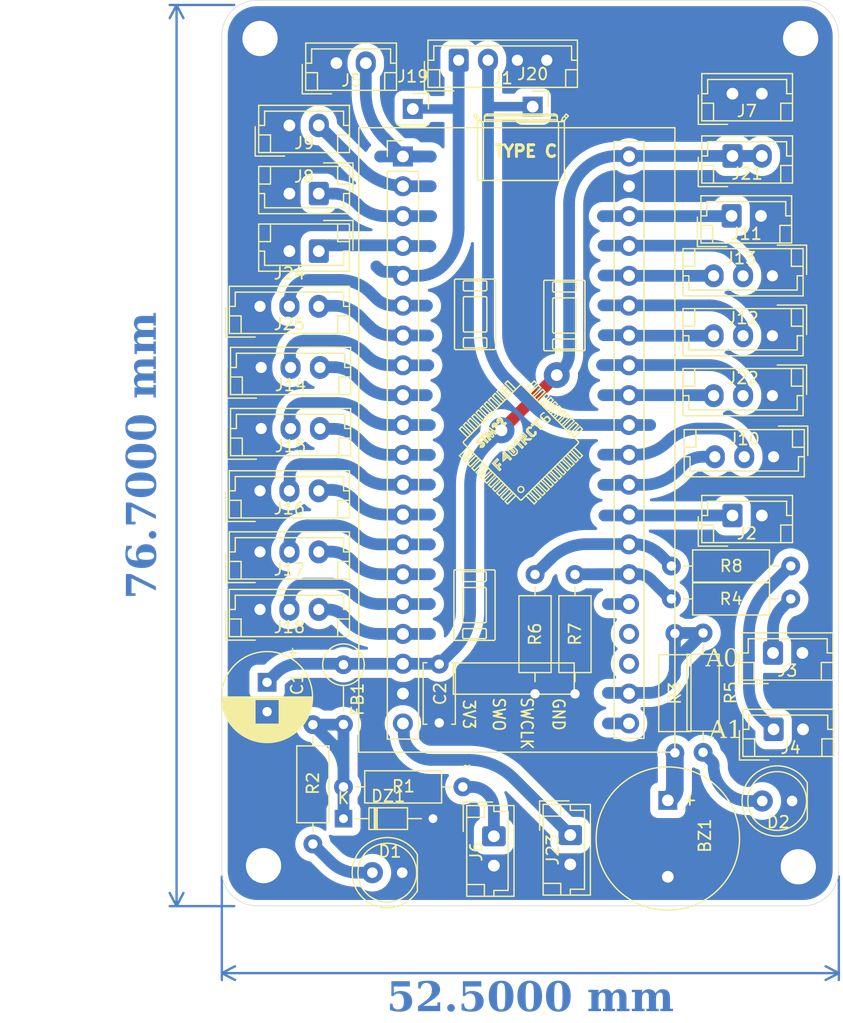
<source format=kicad_pcb>
(kicad_pcb (version 20240108) (generator "pcbnew") (generator_version "8.0")
  (layers (0 "F.Cu" signal) (31 "B.Cu" signal) (34 "B.Paste" user) (35 "F.Paste" user) (36 "B.SilkS" user "B.Silkscreen") (37 "F.SilkS" user "F.Silkscreen") (38 "B.Mask" user) (39 "F.Mask" user) (44 "Edge.Cuts" user))
  (net 0 "")
  (net 1 "+5V")
  (net 2 "Net-(DZ1-K)")
  (net 3 "/PWM1")
  (net 4 "Net-(J8-Pin_1)")
  (net 5 "+3.3V")
  (net 6 "Net-(R3-+)")
  (net 7 "/PWM2")
  (net 8 "Net-(J14-Pin_2)")
  (net 9 "Net-(J6-Pin_1)")
  (net 10 "/UV")
  (net 11 "GND")
  (net 12 "Net-(J24-Pin_2)")
  (net 13 "Net-(J16-Pin_2)")
  (net 14 "/Vfeedback")
  (net 15 "/Ifeedback")
  (net 16 "Net-(J17-Pin_2)")
  (net 17 "Net-(J18-Pin_2)")
  (net 18 "Net-(J3-Pin_1)")
  (net 19 "Net-(J4-Pin_1)")
  (net 20 "Net-(J9-Pin_2)")
  (net 21 "Net-(J5-Pin_2)")
  (net 22 "Net-(J23-Pin_1)")
  (net 23 "Net-(J25-Pin_1)")
  (net 24 "Net-(R3--)")
  (net 25 "/PA4")
  (net 26 "/PA3")
  (net 27 "/PB0")
  (net 28 "/PB1")
  (net 29 "/PB10")
  (net 30 "/PB2")
  (net 31 "/PA6")
  (net 32 "/PA7")
  (net 33 "unconnected-(STM32F401RCT6_BOARD2-R-Pad25)")
  (net 34 "unconnected-(STM32F401RCT6_BOARD2-VBat-Pad21)")
  (net 37 "Net-(J24-Pin_3)")
  (net 38 "Net-(J14-Pin_3)")
  (net 39 "Net-(J15-Pin_2)")
  (net 40 "Net-(J15-Pin_3)")
  (net 41 "Net-(J16-Pin_3)")
  (net 42 "Net-(J17-Pin_3)")
  (net 43 "Net-(J18-Pin_3)")
  (net 44 "Net-(R2--)")
  (net 45 "Net-(R5--)")
  (footprint "Connector_JST:JST_EH_B4B-EH-A_1x04_P2.50mm_Vertical" (layer "F.Cu") (at 149.9 66.35)
    (property "Reference" "J1")
    (property "Value" "PWM")
  )
  (footprint "Connector_JST:JST_EH_B2B-EH-A_1x02_P2.50mm_Vertical" (layer "F.Cu") (at 176.65 116.8)
    (property "Reference" "J3")
    (property "Value" "Voltage Sensor")
  )
  (footprint "Connector_JST:JST_EH_B3B-EH-A_1x03_P2.50mm_Vertical" (layer "F.Cu") (at 133 87.3)
    (property "Reference" "J24")
    (property "Value" "~")
  )
  (footprint "Connector_JST:JST_EH_B2B-EH-A_1x02_P2.50mm_Vertical" (layer "F.Cu") (at 135.5 71.9)
    (property "Reference" "J9")
    (property "Value" "~")
  )
  (footprint "LED_THT:LED_D5.0mm" (layer "F.Cu") (at 145.1 135.5 180)
    (property "Reference" "D1")
    (property "Value" "LED")
  )
  (footprint "Connector_JST:JST_EH_B2B-EH-A_1x02_P2.50mm_Vertical" (layer "F.Cu") (at 173.125 79.6)
    (property "Reference" "J11")
    (property "Value" "3.3V")
  )
  (footprint "STM32_board:STM32F401RCT6_BOARD1" (layer "F.Cu") (at 141.155 125.545)
    (property "Reference" "STM32F401RCT6_BOARD2")
    (property "Value" "~")
  )
  (footprint "Connector_JST:JST_EH_B3B-EH-A_1x03_P2.50mm_Vertical" (layer "F.Cu") (at 133.1 97.7)
    (property "Reference" "J15")
    (property "Value" "~")
  )
  (footprint "Inductor_THT:L_Axial_L7.0mm_D3.3mm_P5.08mm_Vertical_Fastron_MICC" (layer "F.Cu") (at 140.1 117.8 -90)
    (property "Reference" "FB1")
    (property "Value" "Ferrite_Bead")
  )
  (footprint "Connector_JST:JST_EH_B3B-EH-A_1x03_P2.50mm_Vertical" (layer "F.Cu") (at 176.6 89.8 180)
    (property "Reference" "J12")
    (property "Value" "IN")
  )
  (footprint "Connector_PinSocket_2.54mm:PinSocket_1x01_P2.54mm_Vertical" (layer "F.Cu") (at 156.2 70.3)
    (property "Reference" "J20")
    (property "Value" "Conn_01x01")
  )
  (footprint "Connector_JST:JST_EH_B2B-EH-A_1x02_P2.50mm_Vertical" (layer "F.Cu") (at 176.7 123.3)
    (property "Reference" "J4")
    (property "Value" "Current Sensor")
  )
  (footprint "Capacitor_THT:CP_Radial_D7.5mm_P2.50mm" (layer "F.Cu") (at 133.6 119.3 -90)
    (property "Reference" "C1")
    (property "Value" "100uF/10V")
  )
  (footprint "Connector_JST:JST_EH_B2B-EH-A_1x02_P2.50mm_Vertical" (layer "F.Cu") (at 138 82.6 180)
    (property "Reference" "J25")
    (property "Value" "~")
  )
  (footprint "Connector_JST:JST_EH_B2B-EH-A_1x02_P2.50mm_Vertical" (layer "F.Cu") (at 139.5 66.6)
    (property "Reference" "J5")
    (property "Value" "Shutdown")
  )
  (footprint "Connector_JST:JST_EH_B2B-EH-A_1x02_P2.50mm_Vertical" (layer "F.Cu") (at 152.9 132.4 -90)
    (property "Reference" "J6")
    (property "Value" "5V Supply")
  )
  (footprint "Resistor_THT:R_Axial_DIN0207_L6.3mm_D2.5mm_P10.16mm_Horizontal" (layer "F.Cu") (at 168 109.4)
    (property "Reference" "R8")
    (property "Value" "1k")
  )
  (footprint "Connector_JST:JST_EH_B2B-EH-A_1x02_P2.50mm_Vertical" (layer "F.Cu") (at 173.2 105.1)
    (property "Reference" "J2")
    (property "Value" "UV")
  )
  (footprint "Connector_JST:JST_EH_B2B-EH-A_1x02_P2.50mm_Vertical" (layer "F.Cu") (at 138 77.7 180)
    (property "Reference" "J8")
    (property "Value" "~")
  )
  (footprint "Capacitor_THT:C_Disc_D5.0mm_W2.5mm_P5.00mm" (layer "F.Cu") (at 148.25 117.75 -90)
    (property "Reference" "C2")
    (property "Value" "104")
  )
  (footprint "Resistor_THT:R_Axial_DIN0207_L6.3mm_D2.5mm_P10.16mm_Horizontal" (layer "F.Cu") (at 140.1 128.2)
    (property "Reference" "R1")
    (property "Value" "10")
  )
  (footprint "Resistor_THT:R_Axial_DIN0207_L6.3mm_D2.5mm_P10.16mm_Horizontal" (layer "F.Cu") (at 170.7 115.1 -90)
    (property "Reference" "R5")
    (property "Value" "1k")
  )
  (footprint "Connector_JST:JST_EH_B3B-EH-A_1x03_P2.50mm_Vertical" (layer "F.Cu") (at 133 108.2)
    (property "Reference" "J17")
    (property "Value" "~")
  )
  (footprint "Connector_PinSocket_2.54mm:PinSocket_1x01_P2.54mm_Vertical" (layer "F.Cu") (at 146 70.5)
    (property "Reference" "J19")
    (property "Value" "Conn_01x01")
  )
  (footprint "Connector_JST:JST_EH_B3B-EH-A_1x03_P2.50mm_Vertical" (layer "F.Cu") (at 176.6 94.9 180)
    (property "Reference" "J22")
    (property "Value" "UART")
  )
  (footprint "Connector_JST:JST_EH_B3B-EH-A_1x03_P2.50mm_Vertical" (layer "F.Cu") (at 133 103)
    (property "Reference" "J16")
    (property "Value" "~")
  )
  (footprint "Buzzer_Beeper:MagneticBuzzer_ProSignal_ABT-410-RC" (layer "F.Cu") (at 167.7 129.35 -90)
    (property "Reference" "BZ1")
    (property "Value" "Buzzer_5V")
  )
  (footprint "Resistor_THT:R_Axial_DIN0207_L6.3mm_D2.5mm_P10.16mm_Horizontal" (layer "F.Cu") (at 137.5 122.9 -90)
    (property "Reference" "R2")
    (property "Value" "1k")
  )
  (footprint "Connector_JST:JST_EH_B3B-EH-A_1x03_P2.50mm_Vertical" (layer "F.Cu") (at 176.6 84.7 180)
    (property "Reference" "J13")
    (property "Value" "IN")
  )
  (footprint "Diode_THT:D_DO-34_SOD68_P7.62mm_Horizontal" (layer "F.Cu") (at 140.1 130.9)
    (property "Reference" "DZ1")
    (property "Value" "ZPY5V1")
  )
  (footprint "Connector_JST:JST_EH_B2B-EH-A_1x02_P2.50mm_Vertical" (layer "F.Cu") (at 173.2 69.2)
    (property "Reference" "J7")
    (property "Value" "GND")
  )
  (footprint "Resistor_THT:R_Axial_DIN0207_L6.3mm_D2.5mm_P10.16mm_Horizontal" (layer "F.Cu") (at 159.8 120.28 90)
    (property "Reference" "R7")
    (property "Value" "2k")
  )
  (footprint "Connector_JST:JST_EH_B2B-EH-A_1x02_P2.50mm_Vertical" (layer "F.Cu") (at 173.2 74.5)
    (property "Reference" "J21")
    (property "Value" "~")
  )
  (footprint "Resistor_THT:R_Axial_DIN0207_L6.3mm_D2.5mm_P10.16mm_Horizontal" (layer "F.Cu") (at 168 112.2)
    (property "Reference" "R4")
    (property "Value" "1k")
  )
  (footprint "Connector_JST:JST_EH_B2B-EH-A_1x02_P2.50mm_Vertical" (layer "F.Cu") (at 159.4 132.3 -90)
    (property "Reference" "J23")
    (property "Value" "3.3V")
  )
  (footprint "Resistor_THT:R_Axial_DIN0207_L6.3mm_D2.5mm_P10.16mm_Horizontal" (layer "F.Cu") (at 168.3 125.3 90)
    (property "Reference" "R3")
    (property "Value" "100")
  )
  (footprint "Connector_JST:JST_EH_B3B-EH-A_1x03_P2.50mm_Vertical" (layer "F.Cu") (at 176.7 100.1 180)
    (property "Reference" "J10")
    (property "Value" "T")
  )
  (footprint "Connector_JST:JST_EH_B3B-EH-A_1x03_P2.50mm_Vertical" (layer "F.Cu") (at 133.1 92.5)
    (property "Reference" "J14")
    (property "Value" "~")
  )
  (footprint "Connector_JST:JST_EH_B3B-EH-A_1x03_P2.50mm_Vertical" (layer "F.Cu") (at 133 113.1)
    (property "Reference" "J18")
    (property "Value" "~")
  )
  (footprint "LED_THT:LED_D5.0mm" (layer "F.Cu") (at 178.275 129.4 180)
    (property "Reference" "D2")
    (property "Value" "LED")
  )
  (footprint "Resistor_THT:R_Axial_DIN0207_L6.3mm_D2.5mm_P10.16mm_Horizontal" (layer "F.Cu") (at 156.4 120.28 90)
    (property "Reference" "R6")
    (property "Value" "2k")
  )
  (gr_arc (start 179.225 61.25) (mid 181.34632 62.12868) (end 182.225 64.25) (stroke (width 0.05)) (layer "Edge.Cuts"))
  (gr_line (start 129.75 135.325) (end 129.75 64.25) (stroke (width 0.05)) (layer "Edge.Cuts"))
  (gr_arc (start 132.75 138.325) (mid 130.62868 137.44632) (end 129.75 135.325) (stroke (width 0.05)) (layer "Edge.Cuts"))
  (gr_line (start 132.75 61.25) (end 179.225 61.25) (stroke (width 0.05)) (layer "Edge.Cuts"))
  (gr_line (start 182.225 64.25) (end 182.225 135.325) (stroke (width 0.05)) (layer "Edge.Cuts"))
  (gr_line (start 179.225 138.325) (end 132.75 138.325) (stroke (width 0.05)) (layer "Edge.Cuts"))
  (gr_arc (start 129.75 64.25) (mid 130.62868 62.12868) (end 132.75 61.25) (stroke (width 0.05)) (layer "Edge.Cuts"))
  (gr_arc (start 182.225 135.325) (mid 181.34632 137.44632) (end 179.225 138.325) (stroke (width 0.05)) (layer "Edge.Cuts"))
  (gr_text "A1" (at 171.2 124.3 0) (layer "F.SilkS") (effects (font (size 1.5 1.5) (thickness 0.1)) (justify left bottom)))
  (gr_text "A0" (at 170.9 118.2 0) (layer "F.SilkS") (effects (font (size 1.5 1.5) (thickness 0.1)) (justify left bottom)))
  (dimension (type aligned) (layer "B.Cu") (pts (xy 131.3 61.65) (xy 131.3 138.35)) (height 5.4) (gr_text "76.7000 mm" (at 123.1 100 90) (layer "B.Cu") (effects (font (face "Times New Roman") (size 2.5 2.5) (thickness 0.3) (bold yes)))) (format (prefix "") (suffix "") (units 3) (units_format 1) (precision 4)) (style (thickness 0.2) (arrow_length 1.27) (text_position_mode 0) (extension_height 0.58642) (extension_offset 0.5) keep_text_aligned))
  (dimension (type aligned) (layer "B.Cu") (pts (xy 129.75 135.325) (xy 182.25 135.325)) (height 8.725) (gr_text "52.5000 mm" (at 156 146.25 0) (layer "B.Cu") (effects (font (face "Times New Roman") (size 2.5 2.5) (thickness 0.3) (bold yes)))) (format (prefix "") (suffix "") (units 3) (units_format 1) (precision 4)) (style (thickness 0.2) (arrow_length 1.27) (text_position_mode 2) (extension_height 0.58642) (extension_offset 0.5) keep_text_aligned))
  (segment (start 153.551454 97.85) (end 153.551454 97.851454) (width 1) (layer "F.Cu") (net 1))
  (segment (start 158.25 93.15) (end 153.552482 97.847517) (width 1) (layer "F.Cu") (net 1))
  (via (at 158.25 93.15) (size 2.2) (drill 1) (layers "F.Cu" "B.Cu") (net 1))
  (via (at 153.551454 97.851454) (size 2.2) (drill 1) (layers "F.Cu" "B.Cu") (net 1))
  (arc (start 153.552482 97.847517) (mid 153.551721 97.848656) (end 153.551454 97.85) (width 1) (layer "F.Cu") (net 1))
  (segment (start 164.493832 74.54) (end 164.493802 74.54) (width 1) (layer "B.Cu") (net 1))
  (segment (start 164.51726 74.54) (end 164.517237 74.54) (width 1) (layer "B.Cu") (net 1))
  (segment (start 164.516636 74.54) (end 164.516714 74.54) (width 1) (layer "B.Cu") (net 1))
  (segment (start 164.485405 74.54) (end 164.485371 74.54) (width 1) (layer "B.Cu") (net 1))
  (segment (start 164.485568 74.54) (end 164.485448 74.54) (width 1) (layer "B.Cu") (net 1))
  (segment (start 164.501614 74.54) (end 164.501678 74.54) (width 1) (layer "B.Cu") (net 1))
  (segment (start 164.492001 74.54) (end 164.491984 74.54) (width 1) (layer "B.Cu") (net 1))
  (segment (start 164.494765 74.54) (end 164.49471 74.54) (width 1) (layer "B.Cu") (net 1))
  (segment (start 164.472288 74.54) (end 164.471562 74.54) (width 1) (layer "B.Cu") (net 1))
  (segment (start 164.517455 74.54) (end 164.517473 74.54) (width 1) (layer "B.Cu") (net 1))
  (segment (start 164.515756 74.54) (end 164.515688 74.54) (width 1) (layer "B.Cu") (net 1))
  (segment (start 164.516142 74.54) (end 164.516121 74.54) (width 1) (layer "B.Cu") (net 1))
  (segment (start 164.49347 74.54) (end 164.493436 74.54) (width 1) (layer "B.Cu") (net 1))
  (segment (start 164.467867 74.54) (end 164.46773 74.54) (width 1) (layer "B.Cu") (net 1))
  (segment (start 164.496944 74.54) (end 164.496855 74.54) (width 1) (layer "B.Cu") (net 1))
  (segment (start 164.465544 74.54) (end 164.465408 74.54) (width 1) (layer "B.Cu") (net 1))
  (segment (start 164.514389 74.54) (end 164.514047 74.54) (width 1) (layer "B.Cu") (net 1))
  (segment (start 164.486115 74.54) (end 164.485996 74.54) (width 1) (layer "B.Cu") (net 1))
  (segment (start 164.50871 74.54) (end 164.508539 74.54) (width 1) (layer "B.Cu") (net 1))
  (segment (start 164.509052 74.54) (end 164.509223 74.54) (width 1) (layer "B.Cu") (net 1))
  (segment (start 164.492583 74.54) (end 164.492379 74.54) (width 1) (layer "B.Cu") (net 1))
  (segment (start 164.513431 74.54) (end 164.51341 74.54) (width 1) (layer "B.Cu") (net 1))
  (segment (start 164.508881 74.54) (end 164.50871 74.54) (width 1) (layer "B.Cu") (net 1))
  (segment (start 164.488822 74.54) (end 164.489573 74.54) (width 1) (layer "B.Cu") (net 1))
  (segment (start 164.509428 74.54) (end 164.509223 74.54) (width 1) (layer "B.Cu") (net 1))
  (segment (start 164.493196 74.54) (end 164.493231 74.54) (width 1) (layer "B.Cu") (net 1))
  (segment (start 164.495843 74.54) (end 164.495792 74.54) (width 1) (layer "B.Cu") (net 1))
  (segment (start 164.486287 74.54) (end 164.486262 74.54) (width 1) (layer "B.Cu") (net 1))
  (segment (start 164.515603 74.54) (end 164.515568 74.54) (width 1) (layer "B.Cu") (net 1))
  (segment (start 164.509514 74.54) (end 164.509428 74.54) (width 1) (layer "B.Cu") (net 1))
  (segment (start 164.492906 74.54) (end 164.49288 74.54) (width 1) (layer "B.Cu") (net 1))
  (segment (start 164.501776 74.54) (end 164.501678 74.54) (width 1) (layer "B.Cu") (net 1))
  (segment (start 164.51497 74.54) (end 164.51495 74.54) (width 1) (layer "B.Cu") (net 1))
  (segment (start 164.506304 74.54) (end 164.506432 74.54) (width 1) (layer "B.Cu") (net 1))
  (segment (start 164.4839 74.54) (end 164.483285 74.54) (width 1) (layer "B.Cu") (net 1))
  (segment (start 164.512901 74.54) (end 164.512952 74.54) (width 1) (layer "B.Cu") (net 1))
  (segment (start 164.512406 74.54) (end 164.512338 74.54) (width 1) (layer "B.Cu") (net 1))
  (segment (start 164.513933 74.54) (end 164.514047 74.54) (width 1) (layer "B.Cu") (net 1))
  (segment (start 164.500029 74.54) (end 164.499858 74.54) (width 1) (layer "B.Cu") (net 1))
  (segment (start 164.50716 74.54) (end 164.507129 74.54) (width 1) (layer "B.Cu") (net 1))
  (segment (start 164.491377 74.54) (end 164.491394 74.54) (width 1) (layer "B.Cu") (net 1))
  (segment (start 164.485337 74.54) (end 164.485303 74.54) (width 1) (layer "B.Cu") (net 1))
  (segment (start 164.512609 74.54) (end 164.512542 74.54) (width 1) (layer "B.Cu") (net 1))
  (segment (start 164.465408 74.54) (end 164.465272 74.54) (width 1) (layer "B.Cu") (net 1))
  (segment (start 164.51596 74.54) (end 164.515891 74.54) (width 1) (layer "B.Cu") (net 1))
  (segment (start 164.514732 74.54) (end 164.514815 74.54) (width 1) (layer "B.Cu") (net 1))
  (segment (start 164.505054 74.54) (end 164.504601 74.54) (width 1) (layer "B.Cu") (net 1))
  (segment (start 164.51653 74.54) (end 164.516445 74.54) (width 1) (layer "B.Cu") (net 1))
  (segment (start 164.502509 74.54) (end 164.502441 74.54) (width 1) (layer "B.Cu") (net 1))
  (segment (start 164.470844 74.54) (end 164.470673 74.54) (width 1) (layer "B.Cu") (net 1))
  (segment (start 164.468141 74.54) (end 164.468004 74.54) (width 1) (layer "B.Cu") (net 1))
  (segment (start 164.481755 74.54) (end 164.481052 74.54) (width 1) (layer "B.Cu") (net 1))
  (segment (start 164.506756 74.54) (end 164.506869 74.54) (width 1) (layer "B.Cu") (net 1))
  (segment (start 164.517142 74.54) (end 164.517126 74.54) (width 1) (layer "B.Cu") (net 1))
  (segment (start 164.513933 74.54) (end 164.513818 74.54) (width 1) (layer "B.Cu") (net 1))
  (segment (start 164.491829 74.54) (end 164.49176 74.54) (width 1) (layer "B.Cu") (net 1))
  (segment (start 164.488131 74.54) (end 164.487667 74.54) (width 1) (layer "B.Cu") (net 1))
  (segment (start 164.511619 74.54) (end 164.511345 74.54) (width 1) (layer "B.Cu") (net 1))
  (segment (start 164.466459 74.54) (end 164.466271 74.54) (width 1) (layer "B.Cu") (net 1))
  (segment (start 164.467388 74.54) (end 164.467354 74.54) (width 1) (layer "B.Cu") (net 1))
  (segment (start 164.499226 74.54) (end 164.499192 74.54) (width 1) (layer "B.Cu") (net 1))
  (segment (start 164.496638 74.54) (end 164.496673 74.54) (width 1) (layer "B.Cu") (net 1))
  (segment (start 164.490529 74.54) (end 164.49029 74.54) (width 1) (layer "B.Cu") (net 1))
  (segment (start 164.491984 74.54) (end 164.491941 74.54) (width 1) (layer "B.Cu") (net 1))
  (segment (start 164.491941 74.54) (end 164.491898 74.54) (width 1) (layer "B.Cu") (net 1))
  (segment (start 164.467687 74.54) (end 164.467636 74.54) (width 1) (layer "B.Cu") (net 1))
  (segment (start 164.490529 74.54) (end 164.49064 74.54) (width 1) (layer "B.Cu") (net 1))
  (segment (start 164.465716 74.54) (end 164.465682 74.54) (width 1) (layer "B.Cu") (net 1))
  (segment (start 164.467183 74.54) (end 164.467012 74.54) (width 1) (layer "B.Cu") (net 1))
  (segment (start 164.499687 74.54) (end 164.499516 74.54) (width 1) (layer "B.Cu") (net 1))
  (segment (start 164.491377 74.54) (end 164.491249 74.54) (width 1) (layer "B.Cu") (net 1))
  (segment (start 164.494173 74.54) (end 164.49416 74.54) (width 1) (layer "B.Cu") (net 1))
  (segment (start 164.49663 74.54) (end 164.496604 74.54) (width 1) (layer "B.Cu") (net 1))
  (segment (start 164.485243 74.54) (end 164.485303 74.54) (width 1) (layer "B.Cu") (net 1))
  (segment (start 164.493643 74.54) (end 164.493572 74.54) (width 1) (layer "B.Cu") (net 1))
  (segment (start 164.494765 74.54) (end 164.49487 74.54) (width 1) (layer "B.Cu") (net 1))
  (segment (start 164.501039 74.54) (end 164.501021 74.54) (width 1) (layer "B.Cu") (net 1))
  (segment (start 164.46575 74.54) (end 164.465784 74.54) (width 1) (layer "B.Cu") (net 1))
  (segment (start 164.50824 74.54) (end 164.508539 74.54) (width 1) (layer "B.Cu") (net 1))
  (segment (start 164.491877 74.54) (end 164.491857 74.54) (width 1) (layer "B.Cu") (net 1))
  (segment (start 164.507129 74.54) (end 164.507065 74.54) (width 1) (layer "B.Cu") (net 1))
  (segment (start 164.516225 74.54) (end 164.516237 74.54) (width 1) (layer "B.Cu") (net 1))
  (segment (start 164.46756 74.54) (end 164.467526 74.54) (width 1) (layer "B.Cu") (net 1))
  (segment (start 164.499311 74.54) (end 164.499226 74.54) (width 1) (layer "B.Cu") (net 1))
  (segment (start 164.491487 74.54) (end 164.491394 74.54) (width 1) (layer "B.Cu") (net 1))
  (segment (start 164.46592 74.54) (end 164.465886 74.54) (width 1) (layer "B.Cu") (net 1))
  (segment (start 164.512193 74.54) (end 164.512172 74.54) (width 1) (layer "B.Cu") (net 1))
  (segment (start 164.49593 74.54) (end 164.495913 74.54) (width 1) (layer "B.Cu") (net 1))
  (segment (start 164.502312 74.54) (end 164.501987 74.54) (width 1) (layer "B.Cu") (net 1))
  (segment (start 164.49538 74.54) (end 164.495338 74.54) (width 1) (layer "B.Cu") (net 1))
  (segment (start 164.494188 74.54) (end 164.494211 74.54) (width 1) (layer "B.Cu") (net 1))
  (segment (start 164.514732 74.54) (end 164.514617 74.54) (width 1) (layer "B.Cu") (net 1))
  (segment (start 164.481052 74.54) (end 164.480311 74.54) (width 1) (layer "B.Cu") (net 1))
  (segment (start 164.498491 74.54) (end 164.498218 74.54) (width 1) (layer "B.Cu") (net 1))
  (segment (start 164.488516 74.54) (end 164.488414 74.54) (width 1) (layer "B.Cu") (net 1))
  (segment (start 164.508061 74.54) (end 164.507882 74.54) (width 1) (layer "B.Cu") (net 1))
  (segment (start 164.485448 74.54) (end 164.485405 74.54) (width 1) (layer "B.Cu") (net 1))
  (segment (start 164.509891 74.54) (end 164.509908 74.54) (width 1) (layer "B.Cu") (net 1))
  (segment (start 149.5625 116.4375) (end 148.25 117.75) (width 1) (layer "B.Cu") (net 1))
  (segment (start 164.51636 74.54) (end 164.516326 74.54) (width 1) (layer "B.Cu") (net 1))
  (segment (start 164.494358 74.54) (end 164.494324 74.54) (width 1) (layer "B.Cu") (net 1))
  (segment (start 164.516217 74.54) (end 164.51619 74.54) (width 1) (layer "B.Cu") (net 1))
  (segment (start 164.492078 74.54) (end 164.492001 74.54) (width 1) (layer "B.Cu") (net 1))
  (segment (start 164.496855 74.54) (end 164.496845 74.54) (width 1) (layer "B.Cu") (net 1))
  (segment (start 164.489812 74.54) (end 164.489573 74.54) (width 1) (layer "B.Cu") (net 1))
  (segment (start 164.5002 74.54) (end 164.500029 74.54) (width 1) (layer "B.Cu") (net 1))
  (segment (start 164.515099 74.54) (end 164.51514 74.54) (width 1) (layer "B.Cu") (net 1))
  (segment (start 164.468552 74.54) (end 164.468415 74.54) (width 1) (layer "B.Cu") (net 1))
  (segment (start 164.512271 74.54) (end 164.512243 74.54) (width 1) (layer "B.Cu") (net 1))
  (segment (start 164.510044 74.54) (end 164.509976 74.54) (width 1) (layer "B.Cu") (net 1))
  (segment (start 164.465136 74.54) (end 164.465102 74.54) (width 1) (layer "B.Cu") (net 1))
  (segment (start 164.497945 74.54) (end 164.497671 74.54) (width 1) (layer "B.Cu") (net 1))
  (segment (start 164.485243 74.54) (end 164.485089 74.54) (width 1) (layer "B.Cu") (net 1))
  (segment (start 164.494211 74.54) (end 164.494188 74.54) (width 1) (layer "B.Cu") (net 1))
  (segment (start 164.49288 74.54) (end 164.492787 74.54) (width 1) (layer "B.Cu") (net 1))
  (segment (start 164.494108 74.54) (end 164.49407 74.54) (width 1) (layer "B.Cu") (net 1))
  (segment (start 164.490051 74.54) (end 164.489812 74.54) (width 1) (layer "B.Cu") (net 1))
  (segment (start 164.485919 74.54) (end 164.485645 74.54) (width 1) (layer "B.Cu") (net 1))
  (segment (start 164.51222 74.54) (end 164.512243 74.54) (width 1) (layer "B.Cu") (net 1))
  (segment (start 164.468004 74.54) (end 164.467867 74.54) (width 1) (layer "B.Cu") (net 1))
  (segment (start 164.484789 74.54) (end 164.48472 74.54) (width 1) (layer "B.Cu") (net 1))
  (segment (start 164.485089 74.54) (end 164.484858 74.54) (width 1) (layer "B.Cu") (net 1))
  (segment (start 164.467594 74.54) (end 164.46756 74.54) (width 1) (layer "B.Cu") (net 1))
  (segment (start 164.50721 74.54) (end 164.507191 74.54) (width 1) (layer "B.Cu") (net 1))
  (segment (start 164.512474 74.54) (end 164.512406 74.54) (width 1) (layer "B.Cu") (net 1))
  (segment (start 164.469878 74.54) (end 164.469553 74.54) (width 1) (layer "B.Cu") (net 1))
  (segment (start 164.49407 74.54) (end 164.494032 74.54) (width 1) (layer "B.Cu") (net 1))
  (segment (start 164.513295 74.54) (end 164.513133 74.54) (width 1) (layer "B.Cu") (net 1))
  (segment (start 164.493727 74.54) (end 164.493703 74.54) (width 1) (layer "B.Cu") (net 1))
  (segment (start 164.499158 74.54) (end 164.499106 74.54) (width 1) (layer "B.Cu") (net 1))
  (segment (start 164.516636 74.54) (end 164.51653 74.54) (width 1) (layer "B.Cu") (net 1))
  (segment (start 164.493896 74.54) (end 164.493858 74.54) (width 1) (layer "B.Cu") (net 1))
  (segment (start 164.498218 74.54) (end 164.497945 74.54) (width 1) (layer "B.Cu") (net 1))
  (segment (start 175.7 74.5) (end 163.397056 74.5) (width 1) (layer "B.Cu") (net 1))
  (segment (start 164.510521 74.54) (end 164.510248 74.54) (width 1) (layer "B.Cu") (net 1))
  (segment (start 164.493934 74.54) (end 164.493896 74.54) (width 1) (layer "B.Cu") (net 1))
  (segment (start 164.478125 74.54) (end 164.475938 74.54) (width 1) (layer "B.Cu") (net 1))
  (segment (start 164.498765 74.54) (end 164.498697 74.54) (width 1) (layer "B.Cu") (net 1))
  (segment (start 164.512338 74.54) (end 164.512315 74.54) (width 1) (layer "B.Cu") (net 1))
  (segment (start 164.492787 74.54) (end 164.492583 74.54) (width 1) (layer "B.Cu") (net 1))
  (segment (start 164.484174 74.54) (end 164.4839 74.54) (width 1) (layer "B.Cu") (net 1))
  (segment (start 164.495134 74.54) (end 164.495219 74.54) (width 1) (layer "B.Cu") (net 1))
  (segment (start 164.491121 74.54) (end 164.491063 74.54) (width 1) (layer "B.Cu") (net 1))
  (segment (start 164.517165 74.54) (end 164.517142 74.54) (width 1) (layer "B.Cu") (net 1))
  (segment (start 164.49634 74.54) (end 164.496272 74.54) (width 1) (layer "B.Cu") (net 1))
  (segment (start 164.51619 74.54) (end 164.516163 74.54) (width 1) (layer "B.Cu") (net 1))
  (segment (start 164.491829 74.54) (end 164.491857 74.54) (width 1) (layer "B.Cu") (net 1))
  (segment (start 164.512105 74.54) (end 164.512071 74.54) (width 1) (layer "B.Cu") (net 1))
  (segment (start 164.507703 74.54) (end 164.507592 74.54) (width 1) (layer "B.Cu") (net 1))
  (segment (start 164.494236 74.54) (end 164.494211 74.54) (width 1) (layer "B.Cu") (net 1))
  (segment (start 164.493333 74.54) (end 164.493299 74.54) (width 1) (layer "B.Cu") (net 1))
  (segment (start 164.493196 74.54) (end 164.493093 74.54) (width 1) (layer "B.Cu") (net 1))
  (segment (start 164.501149 74.54) (end 164.501039 74.54) (width 1) (layer "B.Cu") (net 1))
  (segment (start 164.467491 74.54) (end 164.467526 74.54) (width 1) (layer "B.Cu") (net 1))
  (segment (start 164.507278 74.54) (end 164.50721 74.54) (width 1) (layer "B.Cu") (net 1))
  (segment (start 164.509582 74.54) (end 164.509548 74.54) (width 1) (layer "B.Cu") (net 1))
  (segment (start 164.49416 74.54) (end 164.494135 74.54) (width 1) (layer "B.Cu") (net 1))
  (segment (start 164.511986 74.54) (end 164.511901 74.54) (width 1) (layer "B.Cu") (net 1))
  (segment (start 164.502441 74.54) (end 164.502312 74.54) (width 1) (layer "B.Cu") (net 1))
  (segment (start 164.49427 74.54) (end 164.494324 74.54) (width 1) (layer "B.Cu") (net 1))
  (segment (start 164.49471 74.54) (end 164.494655 74.54) (width 1) (layer "B.Cu") (net 1))
  (segment (start 164.517115 74.54) (end 164.517126 74.54) (width 1) (layer "B.Cu") (net 1))
  (segment (start 164.507065 74.54) (end 164.506967 74.54) (width 1) (layer "B.Cu") (net 1))
  (segment (start 164.516292 74.54) (end 164.516262 74.54) (width 1) (layer "B.Cu") (net 1))
  (segment (start 164.493265 74.54) (end 164.493231 74.54) (width 1) (layer "B.Cu") (net 1))
  (segment (start 164.466271 74.54) (end 164.466091 74.54) (width 1) (layer "B.Cu") (net 1))
  (segment (start 164.486763 74.54) (end 164.486883 74.54) (width 1) (layer "B.Cu") (net 1))
  (segment (start 164.515603 74.54) (end 164.51562 74.54) (width 1) (layer "B.Cu") (net 1))
  (segment (start 164.509548 74.54) (end 164.509514 74.54) (width 1) (layer "B.Cu") (net 1))
  (segment (start 164.516163 74.54) (end 164.516142 74.54) (width 1) (layer "B.Cu") (net 1))
  (segment (start 164.470058 74.54) (end 164.470024 74.54) (width 1) (layer "B.Cu") (net 1))
  (segment (start 164.494188 74.54) (end 164.494178 74.54) (width 1) (layer "B.Cu") (net 1))
  (segment (start 164.496204 74.54) (end 164.496133 74.54) (width 1) (layer "B.Cu") (net 1))
  (segment (start 164.465639 74.54) (end 164.465587 74.54) (width 1) (layer "B.Cu") (net 1))
  (segment (start 164.465229 74.54) (end 164.46517 74.54) (width 1) (layer "B.Cu") (net 1))
  (segment (start 164.517115 74.54) (end 164.517094 74.54) (width 1) (layer "B.Cu") (net 1))
  (segment (start 164.499106 74.54) (end 164.498969 74.54) (width 1) (layer "B.Cu") (net 1))
  (segment (start 164.505507 74.54) (end 164.505054 74.54) (width 1) (layer "B.Cu") (net 1))
  (segment (start 164.48431 74.54) (end 164.484242 74.54) (width 1) (layer "B.Cu") (net 1))
  (segment (start 164.46773 74.54) (end 164.467687 74.54) (width 1) (layer "B.Cu") (net 1))
  (segment (start 164.497398 74.54) (end 164.497125 74.54) (width 1) (layer "B.Cu") (net 1))
  (segment (start 164.49082 74.54) (end 164.490676 74.54) (width 1) (layer "B.Cu") (net 1))
  (segment (start 164.498884 74.54) (end 164.49885 74.54) (width 1) (layer "B.Cu") (net 1))
  (segment (start 164.511345 74.54) (end 164.511071 74.54) (width 1) (layer "B.Cu") (net 1))
  (segment (start 164.51341 74.54) (end 164.513342 74.54) (width 1) (layer "B.Cu") (net 1))
  (segment (start 164.486227 74.54) (end 164.486192 74.54) (width 1) (layer "B.Cu") (net 1))
  (segment (start 158.25 93.15) (end 158.775 92.625) (width 1) (layer "B.Cu") (net 1))
  (segment (start 134.39 118.51) (end 133.6 119.3) (width 1) (layer "B.Cu") (net 1))
  (segment (start 164.496272 74.54) (end 164.496204 74.54) (width 1) (layer "B.Cu") (net 1))
  (segment (start 164.512815 74.54) (end 164.512746 74.54) (width 1) (layer "B.Cu") (net 1))
  (segment (start 164.49029 74.54) (end 164.490051 74.54) (width 1) (layer "B.Cu") (net 1))
  (segment (start 164.50824 74.54) (end 164.508061 74.54) (width 1) (layer "B.Cu") (net 1))
  (segment (start 164.5175 74.54) (end 164.517473 74.54) (width 1) (layer "B.Cu") (net 1))
  (segment (start 164.500859 74.54) (end 164.500876 74.54) (width 1) (layer "B.Cu") (net 1))
  (segment (start 164.490649 74.54) (end 164.49064 74.54) (width 1) (layer "B.Cu") (net 1))
  (segment (start 164.51603 74.54) (end 164.51596 74.54) (width 1) (layer "B.Cu") (net 1))
  (segment (start 164.48302 74.54) (end 164.482935 74.54) (width 1) (layer "B.Cu") (net 1))
  (segment (start 164.50414 74.54) (end 164.503687 74.54) (width 1) (layer "B.Cu") (net 1))
  (segment (start 164.465068 74.54) (end 164.465025 74.54) (width 1) (layer "B.Cu") (net 1))
  (segment (start 164.494452 74.54) (end 164.494392 74.54) (width 1) (layer "B.Cu") (net 1))
  (segment (start 164.486636 74.54) (end 164.486432 74.54) (width 1) (layer "B.Cu") (net 1))
  (segment (start 164.47375 74.54) (end 164.473023 74.54) (width 1) (layer "B.Cu") (net 1))
  (segment (start 164.501396 74.54) (end 164.501327 74.54) (width 1) (layer "B.Cu") (net 1))
  (segment (start 164.486115 74.54) (end 164.486157 74.54) (width 1) (layer "B.Cu") (net 1))
  (segment (start 164.48431 74.54) (end 164.48472 74.54) (width 1) (layer "B.Cu") (net 1))
  (segment (start 164.507346 74.54) (end 164.507278 74.54) (width 1) (layer "B.Cu") (net 1))
  (segment (start 164.507547 74.54) (end 164.507526 74.54) (width 1) (layer "B.Cu") (net 1))
  (segment (start 164.48285 74.54) (end 164.482458 74.54) (width 1) (layer "B.Cu") (net 1))
  (segment (start 136.297228 117.72) (end 148.555 117.72) (width 1) (layer "B.Cu") (net 1))
  (segment (start 164.515345 74.54) (end 164.515303 74.54) (width 1) (layer "B.Cu") (net 1))
  (segment (start 164.495485 74.54) (end 164.495655 74.54) (width 1) (layer "B.Cu") (net 1))
  (segment (start 164.46575 74.54) (end 164.465716 74.54) (width 1) (layer "B.Cu") (net 1))
  (segment (start 164.484242 74.54) (end 164.484174 74.54) (width 1) (layer "B.Cu") (net 1))
  (segment (start 164.501614 74.54) (end 164.501584 74.54) (width 1) (layer "B.Cu") (net 1))
  (segment (start 164.515099 74.54) (end 164.515018 74.54) (width 1) (layer "B.Cu") (net 1))
  (segment (start 164.507526 74.54) (end 164.507505 74.54) (width 1) (layer "B.Cu") (net 1))
  (segment (start 164.498833 74.54) (end 164.498765 74.54) (width 1) (layer "B.Cu") (net 1))
  (segment (start 164.495415 74.54) (end 164.49538 74.54) (width 1) (layer "B.Cu") (net 1))
  (segment (start 164.470297 74.54) (end 164.470126 74.54) (width 1) (layer "B.Cu") (net 1))
  (segment (start 164.496604 74.54) (end 164.496574 74.54) (width 1) (layer "B.Cu") (net 1))
  (segment (start 164.512677 74.54) (end 164.512609 74.54) (width 1) (layer "B.Cu") (net 1))
  (segment (start 164.498697 74.54) (end 164.498679 74.54) (width 1) (layer "B.Cu") (net 1))
  (segment (start 164.480311 74.54) (end 164.478125 74.54) (width 1) (layer "B.Cu") (net 1))
  (segment (start 164.494188 74.54) (end 164.494173 74.54) (width 1) (layer "B.Cu") (net 1))
  (segment (start 164.509856 74.54) (end 164.509821 74.54) (width 1) (layer "B.Cu") (net 1))
  (segment (start 164.503234 74.54) (end 164.502775 74.54) (width 1) (layer "B.Cu") (net 1))
  (segment (start 164.499858 74.54) (end 164.499687 74.54) (width 1) (layer "B.Cu") (net 1))
  (segment (start 164.492317 74.54) (end 164.492379 74.54) (width 1) (layer "B.Cu") (net 1))
  (segment (start 164.485645 74.54) (end 164.485568 74.54) (width 1) (layer "B.Cu") (net 1))
  (segment (start 164.516445 74.54) (end 164.51636 74.54) (width 1) (layer "B.Cu") (net 1))
  (segment (start 164.493703 74.54) (end 164.493673 74.54) (width 1) (layer "B.Cu") (net 1))
  (segment (start 164.501021 74.54) (end 164.500876 74.54) (width 1) (layer "B.Cu") (net 1))
  (segment (start 164.50596 74.54) (end 164.505507 74.54) (width 1) (layer "B.Cu") (net 1))
  (segment (start 164.509891 74.54) (end 164.509856 74.54) (width 1) (layer "B.Cu") (net 1))
  (segment (start 164.493787 74.54) (end 164.493802 74.54) (width 1) (layer "B.Cu") (net 1))
  (segment (start 164.465272 74.54) (end 164.465229 74.54) (width 1) (layer "B.Cu") (net 1))
  (segment (start 164.514918 74.54) (end 164.514892 74.54) (width 1) (layer "B.Cu") (net 1))
  (segment (start 164.517328 74.54) (end 164.51726 74.54) (width 1) (layer "B.Cu") (net 1))
  (segment (start 164.496506 74.54) (end 164.496475 74.54) (width 1) (layer "B.Cu") (net 1))
  (segment (start 164.496133 74.54) (end 164.496066 74.54) (width 1) (layer "B.Cu") (net 1))
  (segment (start 164.493572 74.54) (end 164.493538 74.54) (width 1) (layer "B.Cu") (net 1))
  (segment (start 164.488414 74.54) (end 164.488312 74.54) (width 1) (layer "B.Cu") (net 1))
  (segment (start 164.486372 74.54) (end 164.486432 74.54) (width 1) (layer "B.Cu") (net 1))
  (segment (start 164.507482 74.54) (end 164.507505 74.54) (width 1) (layer "B.Cu") (net 1))
  (segment (start 164.493504 74.54) (end 164.49347 74.54) (width 1) (layer "B.Cu") (net 1))
  (segment (start 164.515303 74.54) (end 164.51514 74.54) (width 1) (layer "B.Cu") (net 1))
  (segment (start 164.513457 74.54) (end 164.513431 74.54) (width 1) (layer "B.Cu") (net 1))
  (segment (start 164.517142 74.54) (end 164.517165 74.54) (width 1) (layer "B.Cu") (net 1))
  (segment (start 164.468826 74.54) (end 164.468689 74.54) (width 1) (layer "B.Cu") (net 1))
  (segment (start 164.465682 74.54) (end 164.465639 74.54) (width 1) (layer "B.Cu") (net 1))
  (segment (start 164.512131 74.54) (end 164.512105 74.54) (width 1) (layer "B.Cu") (net 1))
  (segment (start 164.493436 74.54) (end 164.493333 74.54) (width 1) (layer "B.Cu") (net 1))
  (segment (start 164.501327 74.54) (end 164.501258 74.54) (width 1) (layer "B.Cu") (net 1))
  (segment (start 164.49545 74.54) (end 164.495415 74.54) (width 1) (layer "B.Cu") (net 1))
  (segment (start 164.496475 74.54) (end 164.496452 74.54) (width 1) (layer "B.Cu") (net 1))
  (segment (start 164.51495 74.54) (end 164.514918 74.54) (width 1) (layer "B.Cu") (net 1))
  (segment (start 164.469169 74.54) (end 164.469553 74.54) (width 1) (layer "B.Cu") (net 1))
  (segment (start 164.510163 74.54) (end 164.510061 74.54) (width 1) (layer "B.Cu") (net 1))
  (segment (start 164.490676 74.54) (end 164.490649 74.54) (width 1) (layer "B.Cu") (net 1))
  (segment (start 164.501584 74.54) (end 164.501554 74.54) (width 1) (layer "B.Cu") (net 1))
  (segment (start 164.507482 74.54) (end 164.507414 74.54) (width 1) (layer "B.Cu") (net 1))
  (segment (start 164.473023 74.54) (end 164.472288 74.54) (width 1) (layer "B.Cu") (net 1))
  (segment (start 164.510248 74.54) (end 164.510163 74.54) (width 1) (layer "B.Cu") (net 1))
  (segment (start 164.470673 74.54) (end 164.470297 74.54) (width 1) (layer "B.Cu") (net 1))
  (segment (start 164.493858 74.54) (end 164.493832 74.54) (width 1) (layer "B.Cu") (net 1))
  (segment (start 164.496452 74.54) (end 164.496431 74.54) (width 1) (layer "B.Cu") (net 1))
  (segment (start 164.512139 74.54) (end 164.512172 74.54) (width 1) (layer "B.Cu") (net 1))
  (segment (start 159.3 78.597056) (end 159.3 91.357537) (width 1) (layer "B.Cu") (net 1))
  (segment (start 164.506756 74.54) (end 164.506432 74.54) (width 1) (layer "B.Cu") (net 1))
  (segment (start 164.495485 74.54) (end 164.49545 74.54) (width 1) (layer "B.Cu") (net 1))
  (segment (start 164.509633 74.54) (end 164.509582 74.54) (width 1) (layer "B.Cu") (net 1))
  (segment (start 164.513342 74.54) (end 164.513295 74.54) (width 1) (layer "B.Cu") (net 1))
  (segment (start 164.465025 74.54) (end 164.465 74.54) (width 1) (layer "B.Cu") (net 1))
  (segment (start 175.7 74.5) (end 173.2 74.5) (width 1) (layer "B.Cu") (net 1))
  (segment (start 164.507191 74.54) (end 164.50716 74.54) (width 1) (layer "B.Cu") (net 1))
  (segment (start 164.495998 74.54) (end 164.49593 74.54) (width 1) (layer "B.Cu") (net 1))
  (segment (start 164.485919 74.54) (end 164.485996 74.54) (width 1) (layer "B.Cu") (net 1))
  (segment (start 164.491249 74.54) (end 164.491121 74.54) (width 1) (layer "B.Cu") (net 1))
  (segment (start 164.492914 74.54) (end 164.493093 74.54) (width 1) (layer "B.Cu") (net 1))
  (segment (start 164.510797 74.54) (end 164.510521 74.54) (width 1) (layer "B.Cu") (net 1))
  (segment (start 164.517142 74.54) (end 164.517131 74.54) (width 1) (layer "B.Cu") (net 1))
  (segment (start 164.516326 74.54) (end 164.516301 74.54) (width 1) (layer "B.Cu") (net 1))
  (segment (start 164.501874 74.54) (end 164.501987 74.54) (width 1) (layer "B.Cu") (net 1))
  (segment (start 164.511801 74.54) (end 164.511711 74.54) (width 1) (layer "B.Cu") (net 1))
  (segment (start 164.484858 74.54) (end 164.484789 74.54) (width 1) (layer "B.Cu") (net 1))
  (segment (start 164.494392 74.54) (end 164.494358 74.54) (width 1) (layer "B.Cu") (net 1))
  (segment (start 164.493673 74.54) (end 164.493643 74.54) (width 1) (layer "B.Cu") (net 1))
  (segment (start 164.49176 74.54) (end 164.491691 74.54) (width 1) (layer "B.Cu") (net 1))
  (segment (start 164.465102 74.54) (end 164.465068 74.54) (width 1) (layer "B.Cu") (net 1))
  (segment (start 164.513089 74.54) (end 164.513133 74.54) (width 1) (layer "B.Cu") (net 1))
  (segment (start 164.46517 74.54) (end 164.465136 74.54) (width 1) (layer "B.Cu") (net 1))
  (segment (start 164.465886 74.54) (end 164.465784 74.54) (width 1) (layer "B.Cu") (net 1))
  (segment (start 164.50772 74.54) (end 164.507703 74.54) (width 1) (layer "B.Cu") (net 1))
  (segment (start 164.509821 74.54) (end 164.50977 74.54) (width 1) (layer "B.Cu") (net 1))
  (segment (start 164.513626 74.54) (end 164.513703 74.54) (width 1) (layer "B.Cu") (net 1))
  (segment (start 164.492078 74.54) (end 164.492095 74.54) (width 1) (layer "B.Cu") (net 1))
  (segment (start 164.512293 74.54) (end 164.512271 74.54) (width 1) (layer "B.Cu") (net 1))
  (segment (start 164.514617 74.54) (end 164.514502 74.54) (width 1) (layer "B.Cu") (net 1))
  (segment (start 164.517193 74.54) (end 164.517165 74.54) (width 1) (layer "B.Cu") (net 1))
  (segment (start 164.512746 74.54) (end 164.512677 74.54) (width 1) (layer "B.Cu") (net 1))
  (segment (start 164.507414 74.54) (end 164.507346 74.54) (width 1) (layer "B.Cu") (net 1))
  (segment (start 164.512315 74.54) (end 164.512293 74.54) (width 1) (layer "B.Cu") (net 1))
  (segment (start 164.512243 74.54) (end 164.51222 74.54) (width 1) (layer "B.Cu") (net 1))
  (segment (start 164.516262 74.54) (end 164.516237 74.54) (width 1) (layer "B.Cu") (net 1))
  (segment (start 164.503687 74.54) (end 164.503234 74.54) (width 1) (layer "B.Cu") (net 1))
  (segment (start 164.496535 74.54) (end 164.496548 74.54) (width 1) (layer "B.Cu") (net 1))
  (segment (start 153.551454 97.851454) (end 152.140131 99.262778) (width 1) (layer "B.Cu") (net 1))
  (segment (start 164.512071 74.54) (end 164.511986 74.54) (width 1) (layer "B.Cu") (net 1))
  (segment (start 164.496527 74.54) (end 164.496506 74.54) (width 1) (layer "B.Cu") (net 1))
  (segment (start 164.496066 74.54) (end 164.495998 74.54) (width 1) (layer "B.Cu") (net 1))
  (segment (start 164.514892 74.54) (end 164.514815 74.54) (width 1) (layer "B.Cu") (net 1))
  (segment (start 164.513626 74.54) (end 164.513536 74.54) (width 1) (layer "B.Cu") (net 1))
  (segment (start 164.491063 74.54) (end 164.49082 74.54) (width 1) (layer "B.Cu") (net 1))
  (segment (start 164.517393 74.54) (end 164.517372 74.54) (width 1) (layer "B.Cu") (net 1))
  (segment (start 164.486372 74.54) (end 164.486287 74.54) (width 1) (layer "B.Cu") (net 1))
  (segment (start 164.467354 74.54) (end 164.467183 74.54) (width 1) (layer "B.Cu") (net 1))
  (segment (start 164.486729 74.54) (end 164.486636 74.54) (width 1) (layer "B.Cu") (net 1))
  (segment (start 164.51222 74.54) (end 164.512204 74.54) (width 1) (layer "B.Cu") (net 1))
  (segment (start 164.495134 74.54) (end 164.49487 74.54) (width 1) (layer "B.Cu") (net 1))
  (segment (start 164.517053 74.54) (end 164.517027 74.54) (width 1) (layer "B.Cu") (net 1))
  (segment (start 164.498833 74.54) (end 164.49885 74.54) (width 1) (layer "B.Cu") (net 1))
  (segment (start 164.516908 74.54) (end 164.516823 74.54) (width 1) (layer "B.Cu") (net 1))
  (segment (start 164.494606 74.54) (end 164.494655 74.54) (width 1) (layer "B.Cu") (net 1))
  (segment (start 164.497671 74.54) (end 164.497398 74.54) (width 1) (layer "B.Cu") (net 1))
  (segment (start 164.512901 74.54) (end 164.512867 74.54) (width 1) (layer "B.Cu") (net 1))
  (segment (start 164.50977 74.54) (end 164.509633 74.54) (width 1) (layer "B.Cu") (net 1))
  (segment (start 164.498679 74.54) (end 164.498576 74.54) (width 1) (layer "B.Cu") (net 1))
  (segment (start 164.488822 74.54) (end 164.48872 74.54) (width 1) (layer "B.Cu") (net 1))
  (segment (start 164.493538 74.54) (end 164.493504 74.54) (width 1) (layer "B.Cu") (net 1))
  (segment (start 164.517351 74.54) (end 164.517328 74.54) (width 1) (layer "B.Cu") (net 1))
  (segment (start 164.509052 74.54) (end 164.508881 74.54) (width 1) (layer "B.Cu") (net 1))
  (segment (start 164.517094 74.54) (end 164.517061 74.54) (width 1) (layer "B.Cu") (net 1))
  (segment (start 164.513818 74.54) (end 164.513703 74.54) (width 1) (layer "B.Cu") (net 1))
  (segment (start 164.475938 74.54) (end 164.47375 74.54) (width 1) (layer "B.Cu") (net 1))
  (segment (start 164.491691 74.54) (end 164.491622 74.54) (width 1) (layer "B.Cu") (net 1))
  (segment (start 164.515482 74.54) (end 164.515345 74.54) (width 1) (layer "B.Cu") (net 1))
  (segment (start 164.501534 74.54) (end 164.501465 74.54) (width 1) (layer "B.Cu") (net 1))
  (segment (start 164.507865 74.54) (end 164.50772 74.54) (width 1) (layer "B.Cu") (net 1))
  (segment (start 164.50414 74.54) (end 164.504601 74.54) (width 1) (layer "B.Cu") (net 1))
  (segment (start 164.467491 74.54) (end 164.467388 74.54) (width 1) (layer "B.Cu") (net 1))
  (segment (start 164.470024 74.54) (end 164.469878 74.54) (width 1) (layer "B.Cu") (net 1))
  (segment (start 164.501465 74.54) (end 164.501396 74.54) (width 1) (layer "B.Cu") (net 1))
  (segment (start 164.516823 74.54) (end 164.516714 74.54) (width 1) (layer "B.Cu") (net 1))
  (segment (start 150.875 113.268844) (end 150.875 102.522576) (width 1) (layer "B.Cu") (net 1))
  (segment (start 164.482935 74.54) (end 164.48285 74.54) (width 1) (layer "B.Cu") (net 1))
  (segment (start 164.496845 74.54) (end 164.496759 74.54) (width 1) (layer "B.Cu") (net 1))
  (segment (start 164.491563 74.54) (end 164.491504 74.54) (width 1) (layer "B.Cu") (net 1))
  (segment (start 164.511071 74.54) (end 164.510797 74.54) (width 1) (layer "B.Cu") (net 1))
  (segment (start 164.498918 74.54) (end 164.498884 74.54) (width 1) (layer "B.Cu") (net 1))
  (segment (start 164.468689 74.54) (end 164.468552 74.54) (width 1) (layer "B.Cu") (net 1))
  (segment (start 164.469169 74.54) (end 164.468895 74.54) (width 1) (layer "B.Cu") (net 1))
  (segment (start 164.496759 74.54) (end 164.496673 74.54) (width 1) (layer "B.Cu") (net 1))
  (segment (start 164.491883 74.54) (end 164.491898 74.54) (width 1) (layer "B.Cu") (net 1))
  (segment (start 164.510061 74.54) (end 164.510044 74.54) (width 1) (layer "B.Cu") (net 1))
  (segment (start 164.48872 74.54) (end 164.488618 74.54) (width 1) (layer "B.Cu") (net 1))
  (segment (start 164.513491 74.54) (end 164.513536 74.54) (width 1) (layer "B.Cu") (net 1))
  (segment (start 164.486755 74.54) (end 164.486729 74.54) (width 1) (layer "B.Cu") (net 1))
  (segment (start 164.494032 74.54) (end 164.493934 74.54) (width 1) (layer "B.Cu") (net 1))
  (segment (start 164.515891 74.54) (end 164.515823 74.54) (width 1) (layer "B.Cu") (net 1))
  (segment (start 164.506304 74.54) (end 164.506235 74.54) (width 1) (layer "B.Cu") (net 1))
  (segment (start 164.495913 74.54) (end 164.495878 74.54) (width 1) (layer "B.Cu") (net 1))
  (segment (start 164.501234 74.54) (end 164.501258 74.54) (width 1) (layer "B.Cu") (net 1))
  (segment (start 164.493759 74.54) (end 164.493727 74.54) (width 1) (layer "B.Cu") (net 1))
  (segment (start 164.516121 74.54) (end 164.516098 74.54) (width 1) (layer "B.Cu") (net 1))
  (segment (start 164.502577 74.54) (end 164.502509 74.54) (width 1) (layer "B.Cu") (net 1))
  (segment (start 164.512542 74.54) (end 164.512474 74.54) (width 1) (layer "B.Cu") (net 1))
  (segment (start 164.496408 74.54) (end 164.496431 74.54) (width 1) (layer "B.Cu") (net 1))
  (segment (start 164.494108 74.54) (end 164.494135 74.54) (width 1) (layer "B.Cu") (net 1))
  (segment (start 164.507882 74.54) (end 164.507865 74.54) (width 1) (layer "B.Cu") (net 1))
  (segment (start 164.486262 74.54) (end 164.486227 74.54) (width 1) (layer "B.Cu") (net 1))
  (segment (start 164.515823 74.54) (end 164.515756 74.54) (width 1) (layer "B.Cu") (net 1))
  (segment (start 164.467012 74.54) (end 164.466817 74.54) (width 1) (layer "B.Cu") (net 1))
  (segment (start 164.509976 74.54) (end 164.509908 74.54) (width 1) (layer "B.Cu") (net 1))
  (segment (start 164.495878 74.54) (end 164.495843 74.54) (width 1) (layer "B.Cu") (net 1))
  (segment (start 164.467636 74.54) (end 164.467594 74.54) (width 1) (layer "B.Cu") (net 1))
  (segment (start 164.512833 74.54) (end 164.512815 74.54) (width 1) (layer "B.Cu") (net 1))
  (segment (start 164.517215 74.54) (end 164.517193 74.54) (width 1) (layer "B.Cu") (net 1))
  (segment (start 164.499516 74.54) (end 164.499311 74.54) (width 1) (layer "B.Cu") (net 1))
  (segment (start 164.51742 74.54) (end 164.517393 74.54) (width 1) (layer "B.Cu") (net 1))
  (segment (start 164.487327 74.54) (end 164.487667 74.54) (width 1) (layer "B.Cu") (net 1))
  (segment (start 164.496574 74.54) (end 164.496548 74.54) (width 1) (layer "B.Cu") (net 1))
  (segment (start 164.512867 74.54) (end 164.512833 74.54) (width 1) (layer "B.Cu") (net 1))
  (segment (start 164.516098 74.54) (end 164.51603 74.54) (width 1) (layer "B.Cu") (net 1))
  (segment (start 164.466817 74.54) (end 164.466459 74.54) (width 1) (layer "B.Cu") (net 1))
  (segment (start 164.512193 74.54) (end 164.512204 74.54) (width 1) (layer "B.Cu") (net 1))
  (segment (start 164.516993 74.54) (end 164.516908 74.54) (width 1) (layer "B.Cu") (net 1))
  (segment (start 164.495792 74.54) (end 164.495655 74.54) (width 1) (layer "B.Cu") (net 1))
  (segment (start 164.465544 74.54) (end 164.465587 74.54) (width 1) (layer "B.Cu") (net 1))
  (segment (start 164.516301 74.54) (end 164.516292 74.54) (width 1) (layer "B.Cu") (net 1))
  (segment (start 164.499192 74.54) (end 164.499158 74.54) (width 1) (layer "B.Cu") (net 1))
  (segment (start 164.488618 74.54) (end 164.488516 74.54) (width 1) (layer "B.Cu") (net 1))
  (segment (start 164.506166 74.54) (end 164.50596 74.54) (width 1) (layer "B.Cu") (net 1))
  (segment (start 164.492317 74.54) (end 164.492206 74.54) (width 1) (layer "B.Cu") (net 1))
  (segment (start 164.493299 74.54) (end 164.493265 74.54) (width 1) (layer "B.Cu") (net 1))
  (segment (start 164.511901 74.54) (end 164.511801 74.54) (width 1) (layer "B.Cu") (net 1))
  (segment (start 164.495338 74.54) (end 164.495219 74.54) (width 1) (layer "B.Cu") (net 1))
  (segment (start 164.491622 74.54) (end 164.491563 74.54) (width 1) (layer "B.Cu") (net 1))
  (segment (start 164.500499 74.54) (end 164.5002 74.54) (width 1) (layer "B.Cu") (net 1))
  (segment (start 164.514502 74.54) (end 164.514389 74.54) (width 1) (layer "B.Cu") (net 1))
  (segment (start 164.506967 74.54) (end 164.506869 74.54) (width 1) (layer "B.Cu") (net 1))
  (segment (start 164.502775 74.54) (end 164.502577 74.54) (width 1) (layer "B.Cu") (net 1))
  (segment (start 164.48302 74.54) (end 164.483285 74.54) (width 1) (layer "B.Cu") (net 1))
  (segment (start 164.485371 74.54) (end 164.485337 74.54) (width 1) (layer "B.Cu") (net 1))
  (segment (start 164.468415 74.54) (end 164.468278 74.54) (width 1) (layer "B.Cu") (net 1))
  (segment (start 164.501874 74.54) (end 164.501776 74.54) (width 1) (layer "B.Cu") (net 1))
  (segment (start 164.501194 74.54) (end 164.501149 74.54) (width 1) (layer "B.Cu") (net 1))
  (segment (start 164.498969 74.54) (end 164.498918 74.54) (width 1) (layer "B.Cu") (net 1))
  (segment (start 164.487327 74.54) (end 164.487105 74.54) (width 1) (layer "B.Cu") (net 1))
  (segment (start 164.468895 74.54) (end 164.468826 74.54) (width 1) (layer "B.Cu") (net 1))
  (segment (start 164.500859 74.54) (end 164.500679 74.54) (width 1) (layer "B.Cu") (net 1))
  (segment (start 164.516993 74.54) (end 164.517027 74.54) (width 1) (layer "B.Cu") (net 1))
  (segment (start 164.517237 74.54) (end 164.517215 74.54) (width 1) (layer "B.Cu") (net 1))
  (segment (start 164.497125 74.54) (end 164.497033 74.54) (width 1) (layer "B.Cu") (net 1))
  (segment (start 164.470092 74.54) (end 164.470058 74.54) (width 1) (layer "B.Cu") (net 1))
  (segment (start 164.515568 74.54) (end 164.515533 74.54) (width 1) (layer "B.Cu") (net 1))
  (segment (start 164.514978 74.54) (end 164.515018 74.54) (width 1) (layer "B.Cu") (net 1))
  (segment (start 164.511619 74.54) (end 164.511711 74.54) (width 1) (layer "B.Cu") (net 1))
  (segment (start 164.491487 74.54) (end 164.491504 74.54) (width 1) (layer "B.Cu") (net 1))
  (segment (start 164.482458 74.54) (end 164.481755 74.54) (width 1) (layer "B.Cu") (net 1))
  (segment (start 164.501224 74.54) (end 164.501194 74.54) (width 1) (layer "B.Cu") (net 1))
  (segment (start 164.468278 74.54) (end 164.468141 74.54) (width 1) (layer "B.Cu") (net 1))
  (segment (start 164.500679 74.54) (end 164.500499 74.54) (width 1) (layer "B.Cu") (net 1))
  (segment (start 164.471562 74.54) (end 164.470844 74.54) (width 1) (layer "B.Cu") (net 1))
  (segment (start 164.492206 74.54) (end 164.492095 74.54) (width 1) (layer "B.Cu") (net 1))
  (segment (start 164.515688 74.54) (end 164.51562 74.54) (width 1) (layer "B.Cu") (net 1))
  (segment (start 164.494606 74.54) (end 164.494452 74.54) (width 1) (layer "B.Cu") (net 1))
  (segment (start 164.51222 74.54) (end 164.512209 74.54) (width 1) (layer "B.Cu") (net 1))
  (segment (start 164.470126 74.54) (end 164.470092 74.54) (width 1) (layer "B.Cu") (net 1))
  (segment (start 164.517447 74.54) (end 164.51742 74.54) (width 1) (layer "B.Cu") (net 1))
  (segment (start 164.488312 74.54) (end 164.488131 74.54) (width 1) (layer "B.Cu") (net 1))
  (segment (start 164.49427 74.54) (end 164.494236 74.54) (width 1) (layer "B.Cu") (net 1))
  (segment (start 164.506235 74.54) (end 164.506166 74.54) (width 1) (layer "B.Cu") (net 1))
  (segment (start 164.501554 74.54) (end 164.501534 74.54) (width 1) (layer "B.Cu") (net 1))
  (segment (start 164.515533 74.54) (end 164.515482 74.54) (width 1) (layer "B.Cu") (net 1))
  (segment (start 164.507547 74.54) (end 164.507592 74.54) (width 1) (layer "B.Cu") (net 1))
  (segment (start 164.497033 74.54) (end 164.496944 74.54) (width 1) (layer "B.Cu") (net 1))
  (segment (start 164.486192 74.54) (end 164.486157 74.54) (width 1) (layer "B.Cu") (net 1))
  (segment (start 164.517372 74.54) (end 164.517351 74.54) (width 1) (layer "B.Cu") (net 1))
  (segment (start 164.513483 74.54) (end 164.513457 74.54) (width 1) (layer "B.Cu") (net 1))
  (segment (start 164.493779 74.54) (end 164.493759 74.54) (width 1) (layer "B.Cu") (net 1))
  (segment (start 164.466091 74.54) (end 164.46592 74.54) (width 1) (layer "B.Cu") (net 1))
  (segment (start 164.513089 74.54) (end 164.512952 74.54) (width 1) (layer "B.Cu") (net 1))
  (segment (start 164.498491 74.54) (end 164.498576 74.54) (width 1) (layer "B.Cu") (net 1))
  (segment (start 164.487105 74.54) (end 164.486883 74.54) (width 1) (layer "B.Cu") (net 1))
  (segment (start 164.496408 74.54) (end 164.49634 74.54) (width 1) (layer "B.Cu") (net 1))
  (arc (start 164.512209 74.54) (mid 164.512209 74.54) (end 164.512209 74.54) (width 1) (layer "B.Cu") (net 1))
  (arc (start 164.51222 74.54) (mid 164.51222 74.54) (end 164.51222 74.54) (width 1) (layer "B.Cu") (net 1))
  (arc (start 164.517061 74.54) (mid 164.517057 74.54) (end 164.517053 74.54) (width 1) (layer "B.Cu") (net 1))
  (arc (start 136.297228 117.72) (mid 135.265043 117.925314) (end 134.39 118.51) (width 1) (layer "B.Cu") (net 1))
  (arc (start 164.517142 74.54) (mid 164.517142 74.54) (end 164.517142 74.54) (width 1) (layer "B.Cu") (net 1))
  (arc (start 164.494188 74.54) (mid 164.494188 74.54) (end 164.494188 74.54) (width 1) (layer "B.Cu") (net 1))
  (arc (start 164.517131 74.54) (mid 164.517131 74.54) (end 164.517131 74.54) (width 1) (layer "B.Cu") (net 1))
  (arc (start 160.5 75.7) (mid 159.611869 77.02918) (end 159.3 78.597056) (width 1) (layer "B.Cu") (net 1))
  (arc (start 164.492914 74.54) (mid 164.49291 74.54) (end 164.492906 74.54) (width 1) (layer "B.Cu") (net 1))
  (arc (start 164.513491 74.54) (mid 164.513487 74.54) (end 164.513483 74.54) (width 1) (layer "B.Cu") (net 1))
  (arc (start 164.517131 74.54) (mid 164.517128 74.54) (end 164.517126 74.54) (width 1) (layer "B.Cu") (net 1))
  (arc (start 164.493787 74.54) (mid 164.493783 74.54) (end 164.493779 74.54) (width 1) (layer "B.Cu") (net 1))
  (arc (start 164.486763 74.54) (mid 164.486759 74.54) (end 164.486755 74.54) (width 1) (layer "B.Cu") (net 1))
  (arc (start 164.512139 74.54) (mid 164.512135 74.54) (end 164.512131 74.54) (width 1) (layer "B.Cu") (net 1))
  (arc (start 164.494178 74.54) (mid 164.494175 74.54) (end 164.494173 74.54) (width 1) (layer "B.Cu") (net 1))
  (arc (start 150.875 113.268844) (mid 150.533892 114.983708) (end 149.5625 116.4375) (width 1) (layer "B.Cu") (net 1))
  (arc (start 163.397056 74.5) (mid 161.82918 74.811869) (end 160.5 75.7) (width 1) (layer "B.Cu") (net 1))
  (arc (start 152.140131 99.262778) (mid 151.202896 100.77469) (end 150.875 102.522576) (width 1) (layer "B.Cu") (net 1))
  (arc (start 164.517455 74.54) (mid 164.517451 74.54) (end 164.517447 74.54) (width 1) (layer "B.Cu") (net 1))
  (arc (start 164.501234 74.54) (mid 164.501229 74.54) (end 164.501224 74.54) (width 1) (layer "B.Cu") (net 1))
  (arc (start 164.516225 74.54) (mid 164.516221 74.54) (end 164.516217 74.54) (width 1) (layer "B.Cu") (net 1))
  (arc (start 164.496638 74.54) (mid 164.496634 74.54) (end 164.49663 74.54) (width 1) (layer "B.Cu") (net 1))
  (arc (start 164.512209 74.54) (mid 164.512206 74.54) (end 164.512204 74.54) (width 1) (layer "B.Cu") (net 1))
  (arc (start 164.496535 74.54) (mid 164.496531 74.54) (end 164.496527 74.54) (width 1) (layer "B.Cu") (net 1))
  (arc (start 164.5175 74.54) (mid 164.533667 74.536783) (end 164.547374 74.527625) (width 1) (layer "B.Cu") (net 1))
  (arc (start 159.3 91.357537) (mid 159.163556 92.043483) (end 158.775 92.625) (width 1) (layer "B.Cu") (net 1))
  (arc (start 164.514978 74.54) (mid 164.514974 74.54) (end 164.51497 74.54) (width 1) (layer "B.Cu") (net 1))
  (arc (start 164.494178 74.54) (mid 164.494178 74.54) (end 164.494178 74.54) (width 1) (layer "B.Cu") (net 1))
  (arc (start 164.491883 74.54) (mid 164.49188 74.54) (end 164.491877 74.54) (width 1) (layer "B.Cu") (net 1))
  (segment (start 140.1 126.81) (end 140.1 130.9) (width 1) (layer "B.Cu") (net 2))
  (segment (start 140.065857 122.9) (end 137.5 122.9) (width 1) (layer "B.Cu") (net 2))
  (segment (start 140.1 124.19) (end 140.1 122.894142) (width 1) (layer "B.Cu") (net 2))
  (segment (start 137.5 122.9) (end 139.17369 124.57369) (width 1) (layer "B.Cu") (net 2))
  (segment (start 140.1 124.19) (end 140.1 126.81) (width 1) (layer "B.Cu") (net 2))
  (arc (start 140.065857 122.9) (mid 140.078923 122.897401) (end 140.09 122.89) (width 1) (layer "B.Cu") (net 2))
  (arc (start 140.09 122.89) (mid 140.096383 122.88873) (end 140.1 122.894142) (width 1) (layer "B.Cu") (net 2))
  (arc (start 140.1 124.19) (mid 139.765031 124.691315) (end 139.17369 124.57369) (width 1) (layer "B.Cu") (net 2))
  (arc (start 139.17369 124.57369) (mid 139.859259 125.599717) (end 140.1 126.81) (width 1) (layer "B.Cu") (net 2))
  (segment (start 143.691938 84.363907) (end 144.586253 84.363907) (width 1) (layer "B.Cu") (net 3))
  (segment (start 143.131953 84.131953) (end 142.9 83.9) (width 1) (layer "B.Cu") (net 3))
  (segment (start 149.9 80.625266) (end 149.9 66.35) (width 1) (layer "B.Cu") (net 3))
  (segment (start 146 70.375) (end 146 70.25) (width 0.8) (layer "B.Cu") (net 3))
  (segment (start 148.574363 83.825637) (end 148.562671 83.837329) (width 1) (layer "B.Cu") (net 3))
  (segment (start 146.125 70.5) (end 149.9 70.5) (width 0.8) (layer "B.Cu") (net 3))
  (segment (start 146.48 84.7) (end 145.26 84.7) (width 1) (layer "B.Cu") (net 3))
  (segment (start 144.991953 84.531953) (end 145.16 84.7) (width 1) (layer "B.Cu") (net 3))
  (arc (start 144.991953 84.531953) (mid 144.805816 84.40758) (end 144.586253 84.363907) (width 1) (layer "B.Cu") (net 3))
  (arc (start 146 70.375) (mid 146.036611 70.463388) (end 146.125 70.5) (width 0.8) (layer "B.Cu") (net 3))
  (arc (start 146.48 84.7) (mid 147.607133 84.475799) (end 148.562671 83.837329) (width 1) (layer "B.Cu") (net 3))
  (arc (start 143.691938 84.363907) (mid 143.388876 84.303624) (end 143.131953 84.131953) (width 1) (layer "B.Cu") (net 3))
  (arc (start 148.574363 83.825637) (mid 149.555478 82.357294) (end 149.9 80.625266) (width 1) (layer "B.Cu") (net 3))
  (segment (start 143.677645 79.62) (end 145.26 79.62) (width 1) (layer "B.Cu") (net 4))
  (segment (start 147.541464 79.62) (end 145.26 79.62) (width 1) (layer "B.Cu") (net 4))
  (segment (start 139.2 77.7) (end 138 77.7) (width 1) (layer "B.Cu") (net 4))
  (segment (start 141.248528 78.548528) (end 141.36 78.66) (width 1) (layer "B.Cu") (net 4))
  (segment (start 147.5475 79.6225) (end 147.55 79.625) (width 1) (layer "B.Cu") (net 4))
  (arc (start 143.677645 79.62) (mid 142.423344 79.370504) (end 141.36 78.66) (width 1) (layer "B.Cu") (net 4))
  (arc (start 147.541464 79.62) (mid 147.54473 79.620649) (end 147.5475 79.6225) (width 1) (layer "B.Cu") (net 4))
  (arc (start 139.2 77.7) (mid 140.308655 77.920525) (end 141.248528 78.548528) (width 1) (layer "B.Cu") (net 4))
  (segment (start 162.181035 79.6225) (end 162.178535 79.625) (width 1) (layer "B.Cu") (net 5))
  (segment (start 173.090857 79.62) (end 162.18707 79.62) (width 1) (layer "B.Cu") (net 5))
  (segment (start 173.115 79.61) (end 173.125 79.6) (width 1) (layer "B.Cu") (net 5))
  (arc (start 173.115 79.61) (mid 173.103923 79.617401) (end 173.090857 79.62) (width 1) (layer "B.Cu") (net 5))
  (arc (start 162.181035 79.6225) (mid 162.183803 79.620649) (end 162.18707 79.62) (width 1) (layer "B.Cu") (net 5))
  (segment (start 168 129.05) (end 167.7 129.35) (width 1.5) (layer "B.Cu") (net 6))
  (segment (start 168.3 128.325735) (end 168.3 125.3) (width 1.5) (layer "B.Cu") (net 6))
  (arc (start 168.3 128.325735) (mid 168.222032 128.717704) (end 168 129.05) (width 1.5) (layer "B.Cu") (net 6))
  (segment (start 156.2 70.3) (end 152.4 70.3) (width 0.8) (layer "B.Cu") (net 7))
  (segment (start 156.306207 95.806207) (end 153.993792 93.493792) (width 1) (layer "B.Cu") (net 7))
  (segment (start 152.4 89.646036) (end 152.4 66.35) (width 1) (layer "B.Cu") (net 7))
  (segment (start 160.153963 97.4) (end 166.2 97.4) (width 1) (layer "B.Cu") (net 7))
  (arc (start 156.306207 95.806207) (mid 158.071572 96.985786) (end 160.153963 97.4) (width 1) (layer "B.Cu") (net 7))
  (arc (start 152.4 89.646036) (mid 152.814213 91.728426) (end 153.993792 93.493792) (width 1) (layer "B.Cu") (net 7))
  (segment (start 135.575531 92.475531) (end 135.6 92.5) (width 1) (layer "B.Cu") (net 8))
  (segment (start 139.343611 90.225) (end 136.744974 90.225) (width 1) (layer "B.Cu") (net 8))
  (segment (start 147.308942 92.313365) (end 147.311154 92.311154) (width 1) (layer "B.Cu") (net 8))
  (segment (start 141.8725 91.2725) (end 142.092685 91.492685) (width 1) (layer "B.Cu") (net 8))
  (segment (start 144.09 92.32) (end 147.290272 92.32) (width 1) (layer "B.Cu") (net 8))
  (segment (start 147.303841 92.316773) (end 147.301391 92.317788) (width 1) (layer "B.Cu") (net 8))
  (segment (start 135.551063 91.326012) (end 135.551063 92.416459) (width 1) (layer "B.Cu") (net 8))
  (arc (start 147.301391 92.317788) (mid 147.29594 92.319441) (end 147.290272 92.32) (width 1) (layer "B.Cu") (net 8))
  (arc (start 135.575531 92.475531) (mid 135.557422 92.448428) (end 135.551063 92.416459) (width 1) (layer "B.Cu") (net 8))
  (arc (start 147.303841 92.316773) (mid 147.306559 92.31532) (end 147.308942 92.313365) (width 1) (layer "B.Cu") (net 8))
  (arc (start 135.9 90.575) (mid 136.287677 90.315962) (end 136.744974 90.225) (width 1) (layer "B.Cu") (net 8))
  (arc (start 141.8725 91.2725) (mid 140.712235 90.497236) (end 139.343611 90.225) (width 1) (layer "B.Cu") (net 8))
  (arc (start 135.551063 91.326012) (mid 135.659764 90.919687) (end 135.9 90.575) (width 1) (layer "B.Cu") (net 8))
  (arc (start 144.09 92.32) (mid 143.00906 92.104987) (end 142.092685 91.492685) (width 1) (layer "B.Cu") (net 8))
  (segment (start 151.03 128.2) (end 150.26 128.2) (width 1) (layer "B.Cu") (net 9))
  (segment (start 152.344472 128.744472) (end 152.35 128.75) (width 1) (layer "B.Cu") (net 9))
  (segment (start 152.9 130.077817) (end 152.9 132.4) (width 1) (layer "B.Cu") (net 9))
  (arc (start 152.35 128.75) (mid 152.757059 129.359207) (end 152.9 130.077817) (width 1) (layer "B.Cu") (net 9))
  (arc (start 152.344472 128.744472) (mid 151.741387 128.341503) (end 151.03 128.2) (width 1) (layer "B.Cu") (net 9))
  (segment (start 162.3 105.1) (end 173.2 105.1) (width 1) (layer "B.Cu") (net 10))
  (via (at 179 64.5) (size 5) (drill 3) (layers "F.Cu" "B.Cu") (net 11))
  (via (at 178.8 135) (size 5) (drill 3) (layers "F.Cu" "B.Cu") (net 11))
  (via (at 133.3 134.9) (size 5) (drill 3) (layers "F.Cu" "B.Cu") (net 11))
  (via (at 133 64.5) (size 5) (drill 3) (layers "F.Cu" "B.Cu") (net 11))
  (segment (start 135.525477 87.274523) (end 135.5 87.3) (width 1) (layer "B.Cu") (net 12))
  (segment (start 147.1975 87.2475) (end 147.2 87.25) (width 1) (layer "B.Cu") (net 12))
  (segment (start 137.214429 85.05) (end 139.751436 85.05) (width 1) (layer "B.Cu") (net 12))
  (segment (start 142.86421 86.61421) (end 142.395 86.145) (width 1) (layer "B.Cu") (net 12))
  (segment (start 136.0375 85.5375) (end 135.983102 85.591897) (width 1) (layer "B.Cu") (net 12))
  (segment (start 135.550954 86.540643) (end 135.550954 87.213016) (width 1) (layer "B.Cu") (net 12))
  (segment (start 147.176394 87.24) (end 144.375 87.24) (width 1) (layer "B.Cu") (net 12))
  (segment (start 147.188964 87.2425) (end 147.191733 87.243647) (width 1) (layer "B.Cu") (net 12))
  (arc (start 136.0375 85.5375) (mid 136.577479 85.176697) (end 137.214429 85.05) (width 1) (layer "B.Cu") (net 12))
  (arc (start 135.525477 87.274523) (mid 135.544332 87.246303) (end 135.550954 87.213016) (width 1) (layer "B.Cu") (net 12))
  (arc (start 142.395 86.145) (mid 141.182122 85.334581) (end 139.751436 85.05) (width 1) (layer "B.Cu") (net 12))
  (arc (start 135.550954 86.540643) (mid 135.681804 86.027227) (end 135.983102 85.591897) (width 1) (layer "B.Cu") (net 12))
  (arc (start 147.176394 87.24) (mid 147.182802 87.240631) (end 147.188964 87.2425) (width 1) (layer "B.Cu") (net 12))
  (arc (start 142.86421 86.61421) (mid 143.557366 87.077362) (end 144.375 87.24) (width 1) (layer "B.Cu") (net 12))
  (arc (start 147.1975 87.2475) (mid 147.194806 87.245289) (end 147.191733 87.243647) (width 1) (layer "B.Cu") (net 12))
  (segment (start 143.695972 102.48) (end 145.26 102.48) (width 1) (layer "B.Cu") (net 13))
  (segment (start 139.459027 100.725) (end 136.463908 100.725) (width 1) (layer "B.Cu") (net 13))
  (segment (start 135.525 101.663908) (end 135.525 102.925) (width 1) (layer "B.Cu") (net 13))
  (segment (start 145.26 102.48) (end 147.441464 102.48) (width 1) (layer "B.Cu") (net 13))
  (segment (start 147.4475 102.4775) (end 147.45 102.475) (width 1) (layer "B.Cu") (net 13))
  (arc (start 143.695972 102.48) (mid 142.549463 102.251945) (end 141.5775 101.6025) (width 1) (layer "B.Cu") (net 13))
  (arc (start 135.8 101) (mid 136.104603 100.79647) (end 136.463908 100.725) (width 1) (layer "B.Cu") (net 13))
  (arc (start 135.525 101.663908) (mid 135.59647 101.304603) (end 135.8 101) (width 1) (layer "B.Cu") (net 13))
  (arc (start 139.459027 100.725) (mid 140.605536 100.953054) (end 141.5775 101.6025) (width 1) (layer "B.Cu") (net 13))
  (arc (start 147.441464 102.48) (mid 147.44473 102.47935) (end 147.4475 102.4775) (width 1) (layer "B.Cu") (net 13))
  (segment (start 166.259619 110.559619) (end 167.864644 112.164644) (width 1) (layer "B.Cu") (net 14))
  (segment (start 164.366697 110.1) (end 164.364159 110.1) (width 1) (layer "B.Cu") (net 14))
  (segment (start 165.055734 110.1) (end 165.055099 110.1) (width 1) (layer "B.Cu") (net 14))
  (segment (start 164.976071 110.1) (end 164.973532 110.1) (width 1) (layer "B.Cu") (net 14))
  (segment (start 164.370821 110.1) (end 164.370186 110.1) (width 1) (layer "B.Cu") (net 14))
  (segment (start 164.351463 110.1) (end 164.348924 110.1) (width 1) (layer "B.Cu") (net 14))
  (segment (start 163.598631 110.1) (end 163.583397 110.1) (width 1) (layer "B.Cu") (net 14))
  (segment (start 164.770408 110.1) (end 164.767869 110.1) (width 1) (layer "B.Cu") (net 14))
  (segment (start 165.148412 110.1) (end 165.147777 110.1) (width 1) (layer "B.Cu") (net 14))
  (segment (start 164.3832 110.1) (end 164.379709 110.1) (width 1) (layer "B.Cu") (net 14))
  (segment (start 164.376535 110.1) (end 164.373361 110.1) (width 1) (layer "B.Cu") (net 14))
  (segment (start 164.901169 110.1) (end 164.891014 110.1) (width 1) (layer "B.Cu") (net 14))
  (segment (start 165.08525 110.1) (end 165.082711 110.1) (width 1) (layer "B.Cu") (net 14))
  (segment (start 164.55713 110.1) (end 164.55459 110.1) (width 1) (layer "B.Cu") (net 14))
  (segment (start 164.325119 110.1) (end 164.324484 110.1) (width 1) (layer "B.Cu") (net 14))
  (segment (start 165.092868 110.1) (end 165.090329 110.1) (width 1) (layer "B.Cu") (net 14))
  (segment (start 164.461913 110.1) (end 164.456835 110.1) (width 1) (layer "B.Cu") (net 14))
  (segment (start 164.303537 110.1) (end 164.290207 110.1) (width 1) (layer "B.Cu") (net 14))
  (segment (start 164.60315 110.1) (end 164.58601 110.1) (width 1) (layer "B.Cu") (net 14))
  (segment (start 164.823728 110.1) (end 164.799607 110.1) (width 1) (layer "B.Cu") (net 14))
  (segment (start 163.306639 110.1) (end 163.225389 110.1) (width 1) (layer "B.Cu") (net 14))
  (segment (start 163.695116 110.1) (end 163.678612 110.1) (width 1) (layer "B.Cu") (net 14))
  (segment (start 164.999874 110.1) (end 164.993844 110.1) (width 1) (layer "B.Cu") (net 14))
  (segment (start 164.763109 110.1) (end 164.751049 110.1) (width 1) (layer "B.Cu") (net 14))
  (segment (start 164.963376 110.1) (end 164.960837 110.1) (width 1) (layer "B.Cu") (net 14))
  (segment (start 164.823728 110.1) (end 164.830075 110.1) (width 1) (layer "B.Cu") (net 14))
  (segment (start 164.953539 110.1) (end 164.951635 110.1) (width 1) (layer "B.Cu") (net 14))
  (segment (start 162.8458 110.1) (end 162.79248 110.1) (width 1) (layer "B.Cu") (net 14))
  (segment (start 163.198728 110.1) (end 163.093357 110.1) (width 1) (layer "B.Cu") (net 14))
  (segment (start 162.79248 110.1) (end 162.73916 110.1) (width 1) (layer "B.Cu") (net 14))
  (segment (start 165.131273 110.1) (end 165.128099 110.1) (width 1) (layer "B.Cu") (net 14))
  (segment (start 164.324484 110.1) (end 164.323849 110.1) (width 1) (layer "B.Cu") (net 14))
  (segment (start 163.613866 110.1) (end 163.608787 110.1) (width 1) (layer "B.Cu") (net 14))
  (segment (start 163.354881 110.1) (end 163.339647 110.1) (width 1) (layer "B.Cu") (net 14))
  (segment (start 163.95156 110.1) (end 163.921091 110.1) (width 1) (layer "B.Cu") (net 14))
  (segment (start 162.65791 110.1) (end 162.44209 110.1) (width 1) (layer "B.Cu") (net 14))
  (segment (start 162.985447 110.1) (end 162.982908 110.1) (width 1) (layer "B.Cu") (net 14))
  (segment (start 164.423827 110.1) (end 164.413671 110.1) (width 1) (layer "B.Cu") (net 14))
  (segment (start 164.960837 110.1) (end 164.958298 110.1) (width 1) (layer "B.Cu") (net 14))
  (segment (start 163.775096 110.1) (end 163.748436 110.1) (width 1) (layer "B.Cu") (net 14))
  (segment (start 164.36162 110.1) (end 164.35908 110.1) (width 1) (layer "B.Cu") (net 14))
  (segment (start 163.387888 110.1) (end 163.370115 110.1) (width 1) (layer "B.Cu") (net 14))
  (segment (start 164.921482 110.1) (end 164.911325 110.1) (width 1) (layer "B.Cu") (net 14))
  (segment (start 165.149682 110.1) (end 165.15 110.1) (width 1) (layer "B.Cu") (net 14))
  (segment (start 165.14111 110.1) (end 165.138571 110.1) (width 1) (layer "B.Cu") (net 14))
  (segment (start 164.466991 110.1) (end 164.461913 110.1) (width 1) (layer "B.Cu") (net 14))
  (segment (start 161.575 110.1) (end 160.925 110.1) (width 1) (layer "B.Cu") (net 14))
  (segment (start 162.987986 110.1) (end 162.985447 110.1) (width 1) (layer "B.Cu") (net 14))
  (segment (start 163.671947 110.1) (end 163.678612 110.1) (width 1) (layer "B.Cu") (net 14))
  (segment (start 164.433984 110.1) (end 164.423827 110.1) (width 1) (layer "B.Cu") (net 14))
  (segment (start 164.751049 110.1) (end 164.738988 110.1) (width 1) (layer "B.Cu") (net 14))
  (segment (start 165.110961 110.1) (end 165.107787 110.1) (width 1) (layer "B.Cu") (net 14))
  (segment (start 164.474608 110.1) (end 164.466991 110.1) (width 1) (layer "B.Cu") (net 14))
  (segment (start 163.668773 110.1) (end 163.665599 110.1) (width 1) (layer "B.Cu") (net 14))
  (segment (start 165.110961 110.1) (end 165.114452 110.1) (width 1) (layer "B.Cu") (net 14))
  (segment (start 162.333227 110.1) (end 162.224682 110.1) (width 1) (layer "B.Cu") (net 14))
  (segment (start 159.81 110.11) (end 159.8 110.12) (width 1) (layer "B.Cu") (net 14))
  (segment (start 162.44209 110.1) (end 162.334497 110.1) (width 1) (layer "B.Cu") (net 14))
  (segment (start 164.868163 110.1) (end 164.870702 110.1) (width 1) (layer "B.Cu") (net 14))
  (segment (start 164.49492 110.1) (end 164.474608 110.1) (width 1) (layer "B.Cu") (net 14))
  (segment (start 164.954807 110.1) (end 164.954173 110.1) (width 1) (layer "B.Cu") (net 14))
  (segment (start 163.530076 110.1) (end 163.568163 110.1) (width 1) (layer "B.Cu") (net 14))
  (segment (start 164.965915 110.1) (end 164.963376 110.1) (width 1) (layer "B.Cu") (net 14))
  (segment (start 164.951635 110.1) (end 164.948461 110.1) (width 1) (layer "B.Cu") (net 14))
  (segment (start 165.149682 110.1) (end 165.149047 110.1) (width 1) (layer "B.Cu") (net 14))
  (segment (start 164.775486 110.1) (end 164.772947 110.1) (width 1) (layer "B.Cu") (net 14))
  (segment (start 164.772947 110.1) (end 164.770408 110.1) (width 1) (layer "B.Cu") (net 14))
  (segment (start 164.782151 110.1) (end 164.778025 110.1) (width 1) (layer "B.Cu") (net 14))
  (segment (start 163.509762 110.1) (end 163.48945 110.1) (width 1) (layer "B.Cu") (net 14))
  (segment (start 163.618945 110.1) (end 163.621484 110.1) (width 1) (layer "B.Cu") (net 14))
  (segment (start 164.020115 110.1) (end 164.015037 110.1) (width 1) (layer "B.Cu") (net 14))
  (segment (start 162.8458 110.1) (end 162.901659 110.1) (width 1) (layer "B.Cu") (net 14))
  (segment (start 165.100488 110.1) (end 165.097948 110.1) (width 1) (layer "B.Cu") (net 14))
  (segment (start 164.325119 110.1) (end 164.33115 110.1) (width 1) (layer "B.Cu") (net 14))
  (segment (start 164.54697 110.1) (end 164.542844 110.1) (width 1) (layer "B.Cu") (net 14))
  (segment (start 165.001144 110.1) (end 165.000509 110.1) (width 1) (layer "B.Cu") (net 14))
  (segment (start 165.102075 110.1) (end 165.101441 110.1) (width 1) (layer "B.Cu") (net 14))
  (segment (start 164.276559 110.1) (end 164.235934 110.1) (width 1) (layer "B.Cu") (net 14))
  (segment (start 164.195309 110.1) (end 164.154684 110.1) (width 1) (layer "B.Cu") (net 14))
  (segment (start 165.090329 110.1) (end 165.08525 110.1) (width 1) (layer "B.Cu") (net 14))
  (segment (start 165.056369 110.1) (end 165.055734 110.1) (width 1) (layer "B.Cu") (net 14))
  (segment (start 164.763109 110.1) (end 164.767869 110.1) (width 1) (layer "B.Cu") (net 14))
  (segment (start 164.44414 110.1) (end 164.433984 110.1) (width 1) (layer "B.Cu") (net 14))
  (segment (start 164.868163 110.1) (end 164.863084 110.1) (width 1) (layer "B.Cu") (net 14))
  (segment (start 165.147777 110.1) (end 165.147142 110.1) (width 1) (layer "B.Cu") (net 14))
  (segment (start 162.224682 110.1) (end 162.008227 110.1) (width 1) (layer "B.Cu") (net 14))
  (segment (start 164.154684 110.1) (end 164.114059 110.1) (width 1) (layer "B.Cu") (net 14))
  (segment (start 164.931639 110.1) (end 164.921482 110.1) (width 1) (layer "B.Cu") (net 14))
  (segment (start 164.55713 110.1) (end 164.56189 110.1) (width 1) (layer "B.Cu") (net 14))
  (segment (start 162.980369 110.1) (end 162.954979 110.1) (width 1) (layer "B.Cu") (net 14))
  (segment (start 164.738988 110.1) (end 164.721849 110.1) (width 1) (layer "B.Cu") (net 14))
  (segment (start 164.354002 110.1) (end 164.35908 110.1) (width 1) (layer "B.Cu") (net 14))
  (segment (start 163.697655 110.1) (end 163.695116 110.1) (width 1) (layer "B.Cu") (net 14))
  (segment (start 164.413671 110.1) (end 164.403514 110.1) (width 1) (layer "B.Cu") (net 14))
  (segment (start 165.048434 110.1) (end 165.055099 110.1) (width 1) (layer "B.Cu") (net 14))
  (segment (start 165.124608 110.1) (end 165.128099 110.1) (width 1) (layer "B.Cu") (net 14))
  (segment (start 164.114059 110.1) (end 164.073434 110.1) (width 1) (layer "B.Cu") (net 14))
  (segment (start 165.107787 110.1) (end 165.104613 110.1) (width 1) (layer "B.Cu") (net 14))
  (segment (start 164.68789 110.1) (end 164.63711 110.1) (width 1) (layer "B.Cu") (net 14))
  (segment (start 165.062399 110.1) (end 165.056369 110.1) (width 1) (layer "B.Cu") (net 14))
  (segment (start 164.850388 110.1) (end 164.830075 110.1) (width 1) (layer "B.Cu") (net 14))
  (segment (start 164.371456 110.1) (end 164.370821 110.1) (width 1) (layer "B.Cu") (net 14))
  (segment (start 162.954979 110.1) (end 162.901659 110.1) (width 1) (layer "B.Cu") (net 14))
  (segment (start 165.136985 110.1) (end 165.136351 110.1) (width 1) (layer "B.Cu") (net 14))
  (segment (start 165.075094 110.1) (end 165.080172 110.1) (width 1) (layer "B.Cu") (net 14))
  (segment (start 163.748436 110.1) (end 163.721776 110.1) (width 1) (layer "B.Cu") (net 14))
  (segment (start 165.075094 110.1) (end 165.062399 110.1) (width 1) (layer "B.Cu") (net 14))
  (segment (start 165.136351 110.1) (end 165.134447 110.1) (width 1) (layer "B.Cu") (net 14))
  (segment (start 162.333862 110.1) (end 162.333227 110.1) (width 1) (layer "B.Cu") (net 14))
  (segment (start 163.48945 110.1) (end 163.438669 110.1) (width 1) (layer "B.Cu") (net 14))
  (segment (start 163.651952 110.1) (end 163.641796 110.1) (width 1) (layer "B.Cu") (net 14))
  (segment (start 164.70471 110.1) (end 164.68789 110.1) (width 1) (layer "B.Cu") (net 14))
  (segment (start 163.719237 110.1) (end 163.697655 110.1) (width 1) (layer "B.Cu") (net 14))
  (segment (start 164.542844 110.1) (end 164.532053 110.1) (width 1) (layer "B.Cu") (net 14))
  (segment (start 164.290207 110.1) (end 164.276559 110.1) (width 1) (layer "B.Cu") (net 14))
  (segment (start 164.501267 110.1) (end 164.49492 110.1) (width 1) (layer "B.Cu") (net 14))
  (segment (start 164.778025 110.1) (end 164.775486 110.1) (width 1) (layer "B.Cu") (net 14))
  (segment (start 163.370115 110.1) (end 163.354881 110.1) (width 1) (layer "B.Cu") (net 14))
  (segment (start 165.034469 110.1) (end 165.021774 110.1) (width 1) (layer "B.Cu") (net 14))
  (segment (start 165.138571 110.1) (end 165.137619 110.1) (width 1) (layer "B.Cu") (net 14))
  (segment (start 163.198728 110.1) (end 163.225389 110.1) (width 1) (layer "B.Cu") (net 14))
  (segment (start 165.134447 110.1) (end 165.131273 110.1) (width 1) (layer "B.Cu") (net 14))
  (segment (start 164.941796 110.1) (end 164.931639 110.1) (width 1) (layer "B.Cu") (net 14))
  (segment (start 163.339647 110.1) (end 163.306639 110.1) (width 1) (layer "B.Cu") (net 14))
  (segment (start 163.06638 110.1) (end 163.014964 110.1) (width 1) (layer "B.Cu") (net 14))
  (segment (start 164.042966 110.1) (end 164.045505 110.1) (width 1) (layer "B.Cu") (net 14))
  (segment (start 164.316867 110.1) (end 164.323849 110.1) (width 1) (layer "B.Cu") (net 14))
  (segment (start 165.104613 110.1) (end 165.102709 110.1) (width 1) (layer "B.Cu") (net 14))
  (segment (start 164.958298 110.1) (end 164.955759 110.1) (width 1) (layer "B.Cu") (net 14))
  (segment (start 164.880858 110.1) (end 164.870702 110.1) (width 1) (layer "B.Cu") (net 14))
  (segment (start 164.57395 110.1) (end 164.56189 110.1) (width 1) (layer "B.Cu") (net 14))
  (segment (start 163.974413 110.1) (end 163.969334 110.1) (width 1) (layer "B.Cu") (net 14))
  (segment (start 163.093357 110.1) (end 163.06638 110.1) (width 1) (layer "B.Cu") (net 14))
  (segment (start 165.101441 110.1) (end 165.100488 110.1) (width 1) (layer "B.Cu") (net 14))
  (segment (start 165.137619 110.1) (end 165.136985 110.1) (width 1) (layer "B.Cu") (net 14))
  (segment (start 164.62029 110.1) (end 164.60315 110.1) (width 1) (layer "B.Cu") (net 14))
  (segment (start 163.662108 110.1) (end 163.665599 110.1) (width 1) (layer "B.Cu") (net 14))
  (segment (start 164.235934 110.1) (end 164.195309 110.1) (width 1) (layer "B.Cu") (net 14))
  (segment (start 165.097948 110.1) (end 165.095407 110.1) (width 1) (layer "B.Cu") (net 14))
  (segment (start 164.393357 110.1) (end 164.3832 110.1) (width 1) (layer "B.Cu") (net 14))
  (segment (start 163.608787 110.1) (end 163.598631 110.1) (width 1) (layer "B.Cu") (net 14))
  (segment (start 164.343846 110.1) (end 164.348924 110.1) (width 1) (layer "B.Cu") (net 14))
  (segment (start 163.98203 110.1) (end 163.974413 110.1) (width 1) (layer "B.Cu") (net 14))
  (segment (start 164.073434 110.1) (end 164.060739 110.1) (width 1) (layer "B.Cu") (net 14))
  (segment (start 164.863084 110.1) (end 164.858005 110.1) (width 1) (layer "B.Cu") (net 14))
  (segment (start 164.060739 110.1) (end 164.045505 110.1) (width 1) (layer "B.Cu") (net 14))
  (segment (start 164.371456 110.1) (end 164.373361 110.1) (width 1) (layer "B.Cu") (net 14))
  (segment (start 161.791772 110.1) (end 161.575 110.1) (width 1) (layer "B.Cu") (net 14))
  (segment (start 164.354002 110.1) (end 164.351463 110.1) (width 1) (layer "B.Cu") (net 14))
  (segment (start 164.955759 110.1) (end 164.954807 110.1) (width 1) (layer "B.Cu") (net 14))
  (segment (start 163.921091 110.1) (end 163.895701 110.1) (width 1) (layer "B.Cu") (net 14))
  (segment (start 164.993844 110.1) (end 164.981149 110.1) (width 1) (layer "B.Cu") (net 14))
  (segment (start 164.525388 110.1) (end 164.501267 110.1) (width 1) (layer "B.Cu") (net 14))
  (segment (start 165.124608 110.1) (end 165.114452 110.1) (width 1) (layer "B.Cu") (net 14))
  (segment (start 164.58601 110.1) (end 164.57395 110.1) (width 1) (layer "B.Cu") (net 14))
  (segment (start 164.54951 110.1) (end 164.54697 110.1) (width 1) (layer "B.Cu") (net 14))
  (segment (start 164.379709 110.1) (end 164.376535 110.1) (width 1) (layer "B.Cu") (net 14))
  (segment (start 162.990525 110.1) (end 162.987986 110.1) (width 1) (layer "B.Cu") (net 14))
  (segment (start 163.721776 110.1) (end 163.719237 110.1) (width 1) (layer "B.Cu") (net 14))
  (segment (start 164.965915 110.1) (end 164.970993 110.1) (width 1) (layer "B.Cu") (net 14))
  (segment (start 165.048434 110.1) (end 165.034469 110.1) (width 1) (layer "B.Cu") (net 14))
  (segment (start 164.954173 110.1) (end 164.953539 110.1) (width 1) (layer "B.Cu") (net 14))
  (segment (start 164.721849 110.1) (end 164.70471 110.1) (width 1) (layer "B.Cu") (net 14))
  (segment (start 163.519919 110.1) (end 163.509762 110.1) (width 1) (layer "B.Cu") (net 14))
  (segment (start 164.55459 110.1) (end 164.55205 110.1) (width 1) (layer "B.Cu") (net 14))
  (segment (start 163.844919 110.1) (end 163.819528 110.1) (width 1) (layer "B.Cu") (net 14))
  (segment (start 164.911325 110.1) (end 164.901169 110.1) (width 1) (layer "B.Cu") (net 14))
  (segment (start 164.792942 110.1) (end 164.799607 110.1) (width 1) (layer "B.Cu") (net 14))
  (segment (start 164.015037 110.1) (end 164.009959 110.1) (width 1) (layer "B.Cu") (net 14))
  (segment (start 165.102709 110.1) (end 165.102075 110.1) (width 1) (layer "B.Cu") (net 14))
  (segment (start 164.454296 110.1) (end 164.44414 110.1) (width 1) (layer "B.Cu") (net 14))
  (segment (start 164.002342 110.1) (end 164.009959 110.1) (width 1) (layer "B.Cu") (net 14))
  (segment (start 164.370186 110.1) (end 164.369235 110.1) (width 1) (layer "B.Cu") (net 14))
  (segment (start 162.008227 110.1) (end 161.791772 110.1) (width 1) (layer "B.Cu") (net 14))
  (segment (start 162.73916 110.1) (end 162.65791 110.1) (width 1) (layer "B.Cu") (net 14))
  (segment (start 165.095407 110.1) (end 165.092868 110.1) (width 1) (layer "B.Cu") (net 14))
  (segment (start 163.87031 110.1) (end 163.844919 110.1) (width 1) (layer "B.Cu") (net 14))
  (segment (start 164.369235 110.1) (end 164.366697 110.1) (width 1) (layer "B.Cu") (net 14))
  (segment (start 165.146188 110.1) (end 165.143649 110.1) (width 1) (layer "B.Cu") (net 14))
  (segment (start 164.022654 110.1) (end 164.020115 110.1) (width 1) (layer "B.Cu") (net 14))
  (segment (start 165.147142 110.1) (end 165.146188 110.1) (width 1) (layer "B.Cu") (net 14))
  (segment (start 165.007809 110.1) (end 165.001144 110.1) (width 1) (layer "B.Cu") (net 14))
  (segment (start 163.895701 110.1) (end 163.87031 110.1) (width 1) (layer "B.Cu") (net 14))
  (segment (start 163.438669 110.1) (end 163.387888 110.1) (width 1) (layer "B.Cu") (net 14))
  (segment (start 164.364159 110.1) (end 164.36162 110.1) (width 1) (layer "B.Cu") (net 14))
  (segment (start 164.858005 110.1) (end 164.850388 110.1) (width 1) (layer "B.Cu") (net 14))
  (segment (start 163.530076 110.1) (end 163.519919 110.1) (width 1) (layer "B.Cu") (net 14))
  (segment (start 163.671947 110.1) (end 163.668773 110.1) (width 1) (layer "B.Cu") (net 14))
  (segment (start 164.403514 110.1) (end 164.393357 110.1) (width 1) (layer "B.Cu") (net 14))
  (segment (start 162.990525 110.1) (end 163.014964 110.1) (width 1) (layer "B.Cu") (net 14))
  (segment (start 164.316867 110.1) (end 164.303537 110.1) (width 1) (layer "B.Cu") (net 14))
  (segment (start 163.662108 110.1) (end 163.651952 110.1) (width 1) (layer "B.Cu") (net 14))
  (segment (start 165.021774 110.1) (end 165.007809 110.1) (width 1) (layer "B.Cu") (net 14))
  (segment (start 167.95 112.2) (end 168 112.2) (width 1) (layer "B.Cu") (net 14))
  (segment (start 164.948461 110.1) (end 164.945287 110.1) (width 1) (layer "B.Cu") (net 14))
  (segment (start 164.03281 110.1) (end 164.022654 110.1) (width 1) (layer "B.Cu") (net 14))
  (segment (start 162.982908 110.1) (end 162.980369 110.1) (width 1) (layer "B.Cu") (net 14))
  (segment (start 165.148412 110.1) (end 165.149047 110.1) (width 1) (layer "B.Cu") (net 14))
  (segment (start 164.891014 110.1) (end 164.880858 110.1) (width 1) (layer "B.Cu") (net 14))
  (segment (start 163.969334 110.1) (end 163.964255 110.1) (width 1) (layer "B.Cu") (net 14))
  (segment (start 165.143649 110.1) (end 165.14111 110.1) (width 1) (layer "B.Cu") (net 14))
  (segment (start 163.63164 110.1) (end 163.621484 110.1) (width 1) (layer "B.Cu") (net 14))
  (segment (start 164.55205 110.1) (end 164.54951 110.1) (width 1) (layer "B.Cu") (net 14))
  (segment (start 164.525388 110.1) (end 164.532053 110.1) (width 1) (layer "B.Cu") (net 14))
  (segment (start 165.000509 110.1) (end 164.999874 110.1) (width 1) (layer "B.Cu") (net 14))
  (segment (start 163.819528 110.1) (end 163.775096 110.1) (width 1) (layer "B.Cu") (net 14))
  (segment (start 163.618945 110.1) (end 163.613866 110.1) (width 1) (layer "B.Cu") (net 14))
  (segment (start 164.941796 110.1) (end 164.945287 110.1) (width 1) (layer "B.Cu") (net 14))
  (segment (start 165.082711 110.1) (end 165.080172 110.1) (width 1) (layer "B.Cu") (net 14))
  (segment (start 164.456835 110.1) (end 164.454296 110.1) (width 1) (layer "B.Cu") (net 14))
  (segment (start 162.334497 110.1) (end 162.333862 110.1) (width 1) (layer "B.Cu") (net 14))
  (segment (start 164.002342 110.1) (end 163.98203 110.1) (width 1) (layer "B.Cu") (net 14))
  (segment (start 160.925 110.1) (end 159.834142 110.1) (width 1) (layer "B.Cu") (net 14))
  (segment (start 164.981149 110.1) (end 164.976071 110.1) (width 1) (layer "B.Cu") (net 14))
  (segment (start 164.62029 110.1) (end 164.63711 110.1) (width 1) (layer "B.Cu") (net 14))
  (segment (start 163.583397 110.1) (end 163.568163 110.1) (width 1) (layer "B.Cu") (net 14))
  (segment (start 163.95156 110.1) (end 163.964255 110.1) (width 1) (layer "B.Cu") (net 14))
  (segment (start 164.042966 110.1) (end 164.03281 110.1) (width 1) (layer "B.Cu") (net 14))
  (segment (start 164.343846 110.1) (end 164.33115 110.1) (width 1) (layer "B.Cu") (net 14))
  (segment (start 164.792942 110.1) (end 164.782151 110.1) (width 1) (layer "B.Cu") (net 14))
  (segment (start 163.641796 110.1) (end 163.63164 110.1) (width 1) (layer "B.Cu") (net 14))
  (segment (start 164.973532 110.1) (end 164.970993 110.1) (width 1) (layer "B.Cu") (net 14))
  (arc (start 166.259619 110.559619) (mid 165.750521 110.219451) (end 165.15 110.1) (width 1) (layer "B.Cu") (net 14))
  (arc (start 167.864644 112.164644) (mid 167.903805 112.190811) (end 167.95 112.2) (width 1) (layer "B.Cu") (net 14))
  (arc (start 159.81 110.11) (mid 159.821076 110.102598) (end 159.834142 110.1) (width 1) (layer "B.Cu") (net 14))
  (segment (start 157.6925 108.8275) (end 156.4 110.12) (width 1) (layer "B.Cu") (net 15))
  (segment (start 160.812871 107.535) (end 164.816245 107.535) (width 1) (layer "B.Cu") (net 15))
  (segment (start 167.0675 108.4675) (end 168 109.4) (width 1) (layer "B.Cu") (net 15))
  (arc (start 164.816245 107.535) (mid 166.034615 107.777348) (end 167.0675 108.4675) (width 1) (layer "B.Cu") (net 15))
  (arc (start 160.812871 107.535) (mid 159.124138 107.870909) (end 157.6925 108.8275) (width 1) (layer "B.Cu") (net 15))
  (segment (start 147.4425 107.56) (end 145.26 107.56) (width 1) (layer "B.Cu") (net 16))
  (segment (start 147.45 107.5675) (end 147.45 107.575) (width 1) (layer "B.Cu") (net 16))
  (segment (start 137.05418 105.939582) (end 139.268773 105.939582) (width 1) (layer "B.Cu") (net 16))
  (segment (start 135.5 107.493762) (end 135.5 108.175) (width 1) (layer "B.Cu") (net 16))
  (segment (start 143.180808 107.56) (end 145.26 107.56) (width 1) (layer "B.Cu") (net 16))
  (arc (start 143.180808 107.56) (mid 142.122219 107.349433) (end 141.224791 106.749791) (width 1) (layer "B.Cu") (net 16))
  (arc (start 135.5 107.493762) (mid 135.618304 106.899003) (end 135.955209 106.394791) (width 1) (layer "B.Cu") (net 16))
  (arc (start 141.224791 106.749791) (mid 140.327362 106.150148) (end 139.268773 105.939582) (width 1) (layer "B.Cu") (net 16))
  (arc (start 147.45 107.5675) (mid 147.447803 107.562196) (end 147.4425 107.56) (width 1) (layer "B.Cu") (net 16))
  (arc (start 137.05418 105.939582) (mid 136.459421 106.057886) (end 135.955209 106.394791) (width 1) (layer "B.Cu") (net 16))
  (segment (start 147.4425 112.6325) (end 147.45 112.625) (width 1) (layer "B.Cu") (net 17))
  (segment (start 135.525 112.265685) (end 135.525 113.1) (width 1) (layer "B.Cu") (net 17))
  (segment (start 138.919634 110.9) (end 136.890685 110.9) (width 1) (layer "B.Cu") (net 17))
  (segment (start 145.26 112.64) (end 147.424393 112.64) (width 1) (layer "B.Cu") (net 17))
  (segment (start 145.26 112.64) (end 143.120365 112.64) (width 1) (layer "B.Cu") (net 17))
  (arc (start 135.925 111.3) (mid 136.36806 111.003956) (end 136.890685 110.9) (width 1) (layer "B.Cu") (net 17))
  (arc (start 141.02 111.77) (mid 140.056343 111.126105) (end 138.919634 110.9) (width 1) (layer "B.Cu") (net 17))
  (arc (start 141.02 111.77) (mid 141.983655 112.413894) (end 143.120365 112.64) (width 1) (layer "B.Cu") (net 17))
  (arc (start 147.4425 112.6325) (mid 147.434192 112.63805) (end 147.424393 112.64) (width 1) (layer "B.Cu") (net 17))
  (arc (start 135.925 111.3) (mid 135.628956 111.74306) (end 135.525 112.265685) (width 1) (layer "B.Cu") (net 17))
  (segment (start 176.65 114.777731) (end 176.65 116.8) (width 1) (layer "B.Cu") (net 18))
  (segment (start 177.405 112.955) (end 178.16 112.2) (width 1) (layer "B.Cu") (net 18))
  (arc (start 176.65 114.777731) (mid 176.846218 113.791276) (end 177.405 112.955) (width 1) (layer "B.Cu") (net 18))
  (segment (start 176.193792 111.337778) (end 178.121521 109.41005) (width 1) (layer "B.Cu") (net 19))
  (segment (start 174.6 119.715075) (end 174.6 115.185535) (width 1) (layer "B.Cu") (net 19))
  (segment (start 178.145786 109.4) (end 178.16 109.4) (width 1) (layer "B.Cu") (net 19))
  (segment (start 175.65 122.25) (end 176.7 123.3) (width 1) (layer "B.Cu") (net 19))
  (arc (start 174.6 119.715075) (mid 174.872886 121.086966) (end 175.65 122.25) (width 1) (layer "B.Cu") (net 19))
  (arc (start 178.121521 109.41005) (mid 178.132653 109.402611) (end 178.145786 109.4) (width 1) (layer "B.Cu") (net 19))
  (arc (start 176.193792 111.337778) (mid 175.014213 113.103144) (end 174.6 115.185535) (width 1) (layer "B.Cu") (net 19))
  (segment (start 145.35 77.075) (end 147.525 77.075) (width 1) (layer "B.Cu") (net 20))
  (segment (start 141.637042 75.537042) (end 138 71.9) (width 1) (layer "B.Cu") (net 20))
  (arc (start 141.637042 75.537042) (mid 143.340561 76.675297) (end 145.35 77.075) (width 1) (layer "B.Cu") (net 20))
  (segment (start 144.766009 74.500738) (end 144.78564 74.520369) (width 1) (layer "B.Cu") (net 21))
  (segment (start 146.595489 74.54) (end 147.507928 74.54) (width 1) (layer "B.Cu") (net 21))
  (segment (start 145.40201 74.54) (end 144.833033 74.54) (width 1) (layer "B.Cu") (net 21))
  (segment (start 143.58 72.96) (end 145.16 74.54) (width 1) (layer "B.Cu") (net 21))
  (segment (start 147.52 74.545) (end 147.525 74.55) (width 1) (layer "B.Cu") (net 21))
  (segment (start 145.40201 74.54) (end 144.52125 74.54) (width 1) (layer "B.Cu") (net 21))
  (segment (start 146.595489 74.54) (end 145.40201 74.54) (width 1) (layer "B.Cu") (net 21))
  (segment (start 142 69.145542) (end 142 66.6) (width 1) (layer "B.Cu") (net 21))
  (segment (start 143.242071 74.54) (end 144.52125 74.54) (width 1) (layer "B.Cu") (net 21))
  (segment (start 143.23 74.545) (end 143.225 74.55) (width 1) (layer "B.Cu") (net 21))
  (segment (start 145.40201 74.54) (end 146.595489 74.54) (width 1) (layer "B.Cu") (net 21))
  (arc (start 142 69.145542) (mid 142.410628 71.209911) (end 143.58 72.96) (width 1) (layer "B.Cu") (net 21))
  (arc (start 144.766009 74.500738) (mid 144.644992 74.529555) (end 144.52125 74.54) (width 1) (layer "B.Cu") (net 21))
  (arc (start 144.78564 74.520369) (mid 144.807384 74.534898) (end 144.833033 74.54) (width 1) (layer "B.Cu") (net 21))
  (arc (start 145.40201 74.54) (mid 145.40201 74.54) (end 145.40201 74.54) (width 1) (layer "B.Cu") (net 21))
  (arc (start 143.242071 74.54) (mid 143.235538 74.541299) (end 143.23 74.545) (width 1) (layer "B.Cu") (net 21))
  (arc (start 147.507928 74.54) (mid 147.514461 74.541299) (end 147.52 74.545) (width 1) (layer "B.Cu") (net 21))
  (segment (start 150.746036 125.9) (end 147.5652 125.9) (width 1) (layer "B.Cu") (net 22))
  (segment (start 145.857253 125.157253) (end 145.9175 125.2175) (width 1) (layer "B.Cu") (net 22))
  (segment (start 154.593792 127.493792) (end 159.4 132.3) (width 1) (layer "B.Cu") (net 22))
  (segment (start 145.235 123.655) (end 145.235 122.775) (width 1) (layer "B.Cu") (net 22))
  (arc (start 154.593792 127.493792) (mid 152.828426 126.314213) (end 150.746036 125.9) (width 1) (layer "B.Cu") (net 22))
  (arc (start 145.235 123.655) (mid 145.396718 124.468013) (end 145.857253 125.157253) (width 1) (layer "B.Cu") (net 22))
  (arc (start 145.9175 125.2175) (mid 146.673471 125.722624) (end 147.5652 125.9) (width 1) (layer "B.Cu") (net 22))
  (segment (start 145.23 82.13) (end 145.26 82.16) (width 1) (layer "B.Cu") (net 23))
  (segment (start 138.856145 82.102592) (end 138.853553 82.1) (width 1) (layer "B.Cu") (net 23))
  (segment (start 145.154981 82.102592) (end 145.157573 82.1) (width 1) (layer "B.Cu") (net 23))
  (segment (start 138.25 82.35) (end 138 82.6) (width 1) (layer "B.Cu") (net 23))
  (segment (start 147.48 82.18) (end 147.5 82.2) (width 1) (layer "B.Cu") (net 23))
  (segment (start 147.431715 82.16) (end 145.16 82.16) (width 1) (layer "B.Cu") (net 23))
  (segment (start 145.148723 82.105184) (end 138.862402 82.105184) (width 1) (layer "B.Cu") (net 23))
  (arc (start 147.48 82.18) (mid 147.457846 82.165197) (end 147.431715 82.16) (width 1) (layer "B.Cu") (net 23))
  (arc (start 145.154981 82.102592) (mid 145.152109 82.10451) (end 145.148723 82.105184) (width 1) (layer "B.Cu") (net 23))
  (arc (start 145.157573 82.1) (mid 145.19677 82.107796) (end 145.23 82.13) (width 1) (layer "B.Cu") (net 23))
  (arc (start 138.856145 82.102592) (mid 138.859015 82.10451) (end 138.862402 82.105184) (width 1) (layer "B.Cu") (net 23))
  (arc (start 138.853553 82.1) (mid 138.526912 82.164972) (end 138.25 82.35) (width 1) (layer "B.Cu") (net 23))
  (segment (start 166.080761 120.2) (end 162.6 120.2) (width 1) (layer "B.Cu") (net 24))
  (segment (start 170.7 115.1) (end 168.724594 117.075405) (width 1) (layer "B.Cu") (net 24))
  (segment (start 168.3 118.559845) (end 168.3 118.100468) (width 1) (layer "B.Cu") (net 24))
  (segment (start 168.200234 118.800702) (end 168.100468 118.900468) (width 1) (layer "B.Cu") (net 24))
  (segment (start 168.3 117.980761) (end 168.3 115.168284) (width 1) (layer "B.Cu") (net 24))
  (segment (start 170.7 115.1) (end 168.368284 115.1) (width 1) (layer "B.Cu") (net 24))
  (arc (start 168.3 118.100468) (mid 168.410348 117.545707) (end 168.724594 117.075405) (width 1) (layer "B.Cu") (net 24))
  (arc (start 167.65 119.55) (mid 166.930027 120.03107) (end 166.080761 120.2) (width 1) (layer "B.Cu") (net 24))
  (arc (start 168.3 118.559845) (mid 168.274071 118.690195) (end 168.200234 118.800702) (width 1) (layer "B.Cu") (net 24))
  (arc (start 168.32 115.12) (mid 168.342152 115.105197) (end 168.368284 115.1) (width 1) (layer "B.Cu") (net 24))
  (arc (start 168.3 117.980761) (mid 168.13107 118.830027) (end 167.65 119.55) (width 1) (layer "B.Cu") (net 24))
  (arc (start 168.32 115.12) (mid 168.305197 115.142152) (end 168.3 115.168284) (width 1) (layer "B.Cu") (net 24))
  (segment (start 173.5 98.4) (end 173.846446 98.746446) (width 1) (layer "B.Cu") (net 25))
  (segment (start 165.001687 99.925) (end 162.2 99.925) (width 1) (layer "B.Cu") (net 25))
  (segment (start 174.2 99.6) (end 174.2 100.1) (width 1) (layer "B.Cu") (net 25))
  (segment (start 171.81005 97.7) (end 170.373312 97.7) (width 1) (layer "B.Cu") (net 25))
  (arc (start 165.001687 99.925) (mid 166.455238 99.63587) (end 167.6875 98.8125) (width 1) (layer "B.Cu") (net 25))
  (arc (start 171.81005 97.7) (mid 172.724644 97.881924) (end 173.5 98.4) (width 1) (layer "B.Cu") (net 25))
  (arc (start 170.373312 97.7) (mid 168.919761 97.989129) (end 167.6875 98.8125) (width 1) (layer "B.Cu") (net 25))
  (arc (start 173.846446 98.746446) (mid 174.108114 99.13806) (end 174.2 99.6) (width 1) (layer "B.Cu") (net 25))
  (segment (start 165.620014 102.49) (end 162.21 102.49) (width 1) (layer "B.Cu") (net 26))
  (segment (start 168.504999 101.294999) (end 168.992893 100.807106) (width 1) (layer "B.Cu") (net 26))
  (segment (start 170.7 100.1) (end 171.7 100.1) (width 1) (layer "B.Cu") (net 26))
  (arc (start 170.7 100.1) (mid 169.77612 100.28377) (end 168.992893 100.807106) (width 1) (layer "B.Cu") (net 26))
  (arc (start 168.504999 101.294999) (mid 167.181357 102.179429) (end 165.620014 102.49) (width 1) (layer "B.Cu") (net 26))
  (segment (start 164.44318 89.755) (end 162.245 89.755) (width 1) (layer "B.Cu") (net 27))
  (segment (start 164.551819 89.8) (end 171.6 89.8) (width 1) (layer "B.Cu") (net 27))
  (arc (start 164.551819 89.8) (mid 164.522421 89.794152) (end 164.4975 89.7775) (width 1) (layer "B.Cu") (net 27))
  (arc (start 164.44318 89.755) (mid 164.472577 89.760847) (end 164.4975 89.7775) (width 1) (layer "B.Cu") (net 27))
  (segment (start 171.223525 87.215) (end 162.215 87.215) (width 1) (layer "B.Cu") (net 28))
  (segment (start 174.1 89.35) (end 174.1 89.8) (width 1) (layer "B.Cu") (net 28))
  (segment (start 173.781801 88.581801) (end 173.2575 88.0575) (width 1) (layer "B.Cu") (net 28))
  (arc (start 174.1 89.35) (mid 174.017302 88.934253) (end 173.781801 88.581801) (width 1) (layer "B.Cu") (net 28))
  (arc (start 173.2575 88.0575) (mid 172.324304 87.433958) (end 171.223525 87.215) (width 1) (layer "B.Cu") (net 28))
  (segment (start 174.1 84.2) (end 174.1 84.7) (width 1) (layer "B.Cu") (net 29))
  (segment (start 173.3175 82.9175) (end 173.746446 83.346446) (width 1) (layer "B.Cu") (net 29))
  (segment (start 171.428377 82.135) (end 162.235 82.135) (width 1) (layer "B.Cu") (net 29))
  (arc (start 174.1 84.2) (mid 174.008114 83.73806) (end 173.746446 83.346446) (width 1) (layer "B.Cu") (net 29))
  (arc (start 171.428377 82.135) (mid 172.450763 82.338365) (end 173.3175 82.9175) (width 1) (layer "B.Cu") (net 29))
  (segment (start 164.457322 84.675) (end 162.225 84.675) (width 1) (layer "B.Cu") (net 30))
  (segment (start 164.517677 84.7) (end 171.6 84.7) (width 1) (layer "B.Cu") (net 30))
  (arc (start 164.4875 84.6875) (mid 164.501345 84.696751) (end 164.517677 84.7) (width 1) (layer "B.Cu") (net 30))
  (arc (start 164.4875 84.6875) (mid 164.473654 84.678248) (end 164.457322 84.675) (width 1) (layer "B.Cu") (net 30))
  (segment (start 171.58 94.88) (end 171.6 94.9) (width 1) (layer "B.Cu") (net 31))
  (segment (start 171.531715 94.86) (end 162.21 94.86) (width 1) (layer "B.Cu") (net 31))
  (arc (start 171.531715 94.86) (mid 171.557846 94.865197) (end 171.58 94.88) (width 1) (layer "B.Cu") (net 31))
  (segment (start 174.1 94.45) (end 174.1 94.9) (width 1) (layer "B.Cu") (net 32))
  (segment (start 173.781801 93.681801) (end 173.25 93.15) (width 1) (layer "B.Cu") (net 32))
  (segment (start 171.197918 92.3) (end 162.1 92.3) (width 1) (layer "B.Cu") (net 32))
  (arc (start 174.1 94.45) (mid 174.017302 94.034253) (end 173.781801 93.681801) (width 1) (layer "B.Cu") (net 32))
  (arc (start 173.25 93.15) (mid 172.308496 92.520907) (end 171.197918 92.3) (width 1) (layer "B.Cu") (net 32))
  (segment (start 164.320431 112.64) (end 162.6 112.64) (width 1) (layer "B.Cu") (net 33))
  (segment (start 164.320431 112.64) (end 164.140862 112.64) (width 1) (layer "B.Cu") (net 33))
  (arc (start 164.320431 112.64) (mid 164.320431 112.64) (end 164.320431 112.64) (width 1) (layer "B.Cu") (net 33))
  (segment (start 164.5 122.8) (end 162.6 122.8) (width 1) (layer "B.Cu") (net 34))
  (segment (start 138.024055 87.275944) (end 138 87.3) (width 1) (layer "B.Cu") (net 37))
  (segment (start 138.08213 87.251889) (end 139.483563 87.251889) (width 1) (layer "B.Cu") (net 37))
  (segment (start 147.29 89.79) (end 147.3 89.8) (width 1) (layer "B.Cu") (net 37))
  (segment (start 144.1825 89.78) (end 147.265857 89.78) (width 1) (layer "B.Cu") (net 37))
  (segment (start 141.467722 88.142722) (end 142.343092 89.018092) (width 1) (layer "B.Cu") (net 37))
  (arc (start 142.343092 89.018092) (mid 143.187019 89.581986) (end 144.1825 89.78) (width 1) (layer "B.Cu") (net 37))
  (arc (start 141.467722 88.142722) (mid 140.557418 87.515823) (end 139.483563 87.251889) (width 1) (layer "B.Cu") (net 37))
  (arc (start 147.29 89.79) (mid 147.278923 89.782598) (end 147.265857 89.78) (width 1) (layer "B.Cu") (net 37))
  (arc (start 138.08213 87.251889) (mid 138.0507 87.25814) (end 138.024055 87.275944) (width 1) (layer "B.Cu") (net 37))
  (segment (start 138.111581 92.488419) (end 138.1 92.5) (width 1) (layer "B.Cu") (net 38))
  (segment (start 147.181909 94.860961) (end 147.182974 94.861402) (width 1) (layer "B.Cu") (net 38))
  (segment (start 139.384202 92.476838) (end 138.13954 92.476838) (width 1) (layer "B.Cu") (net 38))
  (segment (start 141.23085 93.30585) (end 141.909955 93.984955) (width 1) (layer "B.Cu") (net 38))
  (segment (start 147.185192 94.862884) (end 147.186154 94.863846) (width 1) (layer "B.Cu") (net 38))
  (segment (start 144.0225 94.86) (end 147.177075 94.86) (width 1) (layer "B.Cu") (net 38))
  (arc (start 147.182974 94.861402) (mid 147.184156 94.862034) (end 147.185192 94.862884) (width 1) (layer "B.Cu") (net 38))
  (arc (start 138.111581 92.488419) (mid 138.124408 92.479847) (end 138.13954 92.476838) (width 1) (layer "B.Cu") (net 38))
  (arc (start 144.0225 94.86) (mid 142.879198 94.632583) (end 141.909955 93.984955) (width 1) (layer "B.Cu") (net 38))
  (arc (start 147.177075 94.86) (mid 147.179539 94.860242) (end 147.181909 94.860961) (width 1) (layer "B.Cu") (net 38))
  (arc (start 141.23085 93.30585) (mid 140.383634 92.722407) (end 139.384202 92.476838) (width 1) (layer "B.Cu") (net 38))
  (segment (start 135.525 96.677297) (end 135.525 97.725) (width 1) (layer "B.Cu") (net 39))
  (segment (start 141.828742 96.503742) (end 141.7875 96.4625) (width 1) (layer "B.Cu") (net 39))
  (segment (start 145.26 97.4) (end 147.45 97.4) (width 1) (layer "B.Cu") (net 39))
  (segment (start 139.524174 95.525) (end 136.677297 95.525) (width 1) (layer "B.Cu") (net 39))
  (segment (start 143.9925 97.4) (end 145.26 97.4) (width 1) (layer "B.Cu") (net 39))
  (arc (start 135.525 96.677297) (mid 135.612713 96.236332) (end 135.8625 95.8625) (width 1) (layer "B.Cu") (net 39))
  (arc (start 139.524174 95.525) (mid 140.749077 95.768648) (end 141.7875 96.4625) (width 1) (layer "B.Cu") (net 39))
  (arc (start 135.8625 95.8625) (mid 136.236332 95.612713) (end 136.677297 95.525) (width 1) (layer "B.Cu") (net 39))
  (arc (start 143.9925 97.4) (mid 142.821482 97.16707) (end 141.828742 96.503742) (width 1) (layer "B.Cu") (net 39))
  (segment (start 141.341205 98.591205) (end 141.781367 99.031367) (width 1) (layer "B.Cu") (net 40))
  (segment (start 139.25 97.725) (end 138.025 97.725) (width 1) (layer "B.Cu") (net 40))
  (segment (start 147.445 99.945) (end 147.45 99.95) (width 1) (layer "B.Cu") (net 40))
  (segment (start 147.432928 99.94) (end 145.26 99.94) (width 1) (layer "B.Cu") (net 40))
  (segment (start 143.975 99.94) (end 145.26 99.94) (width 1) (layer "B.Cu") (net 40))
  (arc (start 147.432928 99.94) (mid 147.439461 99.941299) (end 147.445 99.945) (width 1) (layer "B.Cu") (net 40))
  (arc (start 139.25 97.725) (mid 140.381752 97.950119) (end 141.341205 98.591205) (width 1) (layer "B.Cu") (net 40))
  (arc (start 143.975 99.94) (mid 142.787814 99.703853) (end 141.781367 99.031367) (width 1) (layer "B.Cu") (net 40))
  (segment (start 141.1475 103.9725) (end 140.833623 103.658623) (width 1) (layer "B.Cu") (net 41))
  (segment (start 147.45 105.0225) (end 147.45 105.025) (width 1) (layer "B.Cu") (net 41))
  (segment (start 147.4475 105.02) (end 145.26 105.02) (width 1) (layer "B.Cu") (net 41))
  (segment (start 139.0625 102.925) (end 138.025 102.925) (width 1) (layer "B.Cu") (net 41))
  (segment (start 145.26 105.02) (end 143.676388 105.02) (width 1) (layer "B.Cu") (net 41))
  (arc (start 147.4475 105.02) (mid 147.449267 105.020732) (end 147.45 105.0225) (width 1) (layer "B.Cu") (net 41))
  (arc (start 141.1475 103.9725) (mid 142.307763 104.747763) (end 143.676388 105.02) (width 1) (layer "B.Cu") (net 41))
  (arc (start 140.833623 103.658623) (mid 140.021024 103.115662) (end 139.0625 102.925) (width 1) (layer "B.Cu") (net 41))
  (segment (start 139.0125 108.175) (end 138 108.175) (width 1) (layer "B.Cu") (net 42))
  (segment (start 140.740945 108.890945) (end 140.9875 109.1375) (width 1) (layer "B.Cu") (net 42))
  (segment (start 145.26 110.1) (end 147.45 110.1) (width 1) (layer "B.Cu") (net 42))
  (segment (start 143.31118 110.1) (end 145.26 110.1) (width 1) (layer "B.Cu") (net 42))
  (arc (start 143.31118 110.1) (mid 142.053613 109.849854) (end 140.9875 109.1375) (width 1) (layer "B.Cu") (net 42))
  (arc (start 140.740945 108.890945) (mid 139.947927 108.361068) (end 139.0125 108.175) (width 1) (layer "B.Cu") (net 42))
  (segment (start 140.59 114.14) (end 140.089168 113.639168) (width 1) (layer "B.Cu") (net 43))
  (segment (start 143.100782 115.18) (end 145.26 115.18) (width 1) (layer "B.Cu") (net 43))
  (segment (start 138.7875 113.1) (end 138.025 113.1) (width 1) (layer "B.Cu") (net 43))
  (segment (start 147.4475 115.1775) (end 147.45 115.175) (width 1) (layer "B.Cu") (net 43))
  (segment (start 145.26 115.18) (end 147.441464 115.18) (width 1) (layer "B.Cu") (net 43))
  (arc (start 140.59 114.14) (mid 141.741956 114.909712) (end 143.100782 115.18) (width 1) (layer "B.Cu") (net 43))
  (arc (start 138.7875 113.1) (mid 139.491957 113.240125) (end 140.089168 113.639168) (width 1) (layer "B.Cu") (net 43))
  (arc (start 147.441464 115.18) (mid 147.44473 115.17935) (end 147.4475 115.1775) (width 1) (layer "B.Cu") (net 43))
  (segment (start 139.01369 134.57369) (end 137.5 133.06) (width 1) (layer "B.Cu") (net 44))
  (segment (start 141.25 135.5) (end 142.56 135.5) (width 1) (layer "B.Cu") (net 44))
  (arc (start 139.01369 134.57369) (mid 140.039717 135.259259) (end 141.25 135.5) (width 1) (layer "B.Cu") (net 44))
  (segment (start 171.601724 126.588531) (end 171.601724 126.375127) (width 1) (layer "B.Cu") (net 45))
  (segment (start 172.427314 128.427314) (end 172.574452 128.574452) (width 1) (layer "B.Cu") (net 45))
  (segment (start 171.450824 126.010824) (end 170.7 125.26) (width 1) (layer "B.Cu") (net 45))
  (segment (start 174.5675 129.4) (end 175.735 129.4) (width 1) (layer "B.Cu") (net 45))
  (arc (start 172.427314 128.427314) (mid 171.846349 127.583705) (end 171.601724 126.588531) (width 1) (layer "B.Cu") (net 45))
  (arc (start 174.5675 129.4) (mid 173.48887 129.185447) (end 172.574452 128.574452) (width 1) (layer "B.Cu") (net 45))
  (arc (start 171.450824 126.010824) (mid 171.562506 126.177968) (end 171.601724 126.375127) (width 1) (layer "B.Cu") (net 45))
  (zone (net 11) (net_name "GND") (layer "B.Cu") (connect_pads yes (clearance 0.7)) (min_thickness 0.25) (fill yes (thermal_gap 0.5) (thermal_bridge_width 0.5))
    (polygon (pts (xy 180.65 61.65) (xy 181.85 62.85) (xy 181.85 136.675) (xy 180.6 137.925) (xy 131.325 137.925) (xy 130.15 136.75) (xy 130.15 62.8) (xy 131.3 61.65)))
  )
)
</source>
